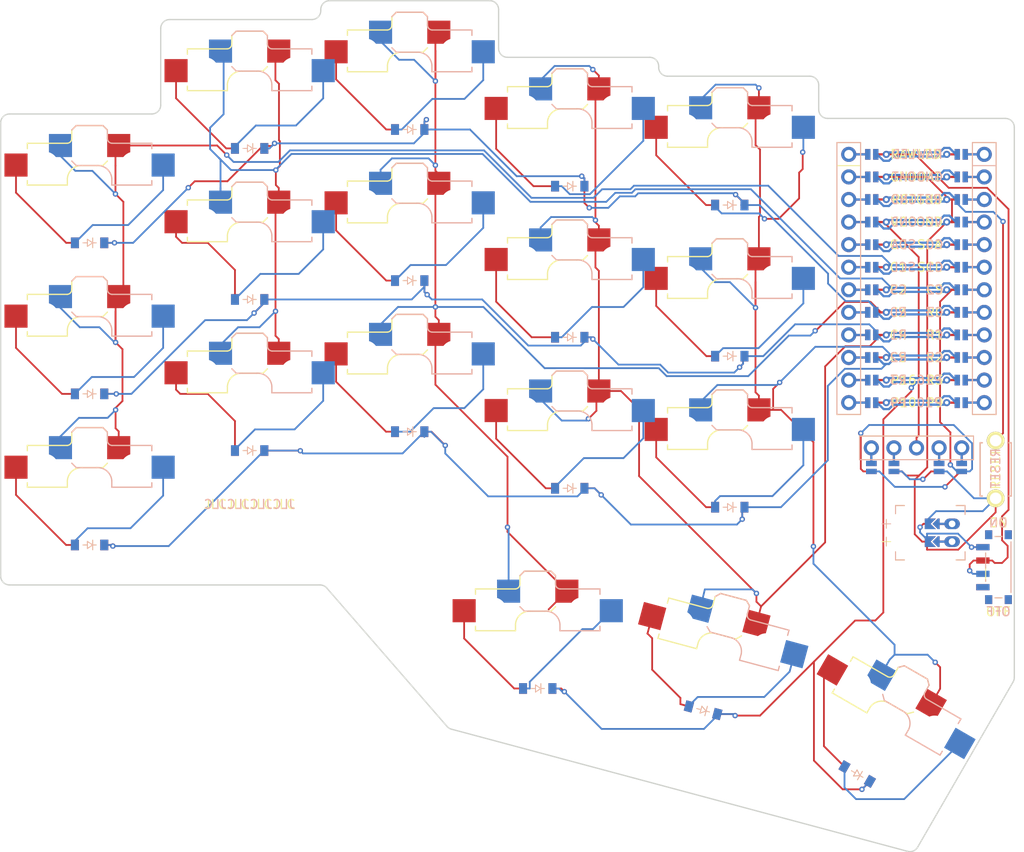
<source format=kicad_pcb>
(kicad_pcb (version 20240108) (generator "pcbnew") (generator_version "8.0")
  (title_block (title "corney_island_wireless") (date "2024-12-31") (rev "0.2") (company "ceoloide"))
  (layers (0 "F.Cu" signal) (31 "B.Cu" signal) (34 "B.Paste" user) (35 "F.Paste" user) (36 "B.SilkS" user "B.Silkscreen") (37 "F.SilkS" user "F.Silkscreen") (38 "B.Mask" user) (39 "F.Mask" user) (44 "Edge.Cuts" user))
  (net 0 "")
  (net 1 "C1")
  (net 2 "pinky_bottom_B")
  (net 3 "GND")
  (net 4 "pinky_home_B")
  (net 5 "pinky_top_B")
  (net 6 "C2")
  (net 7 "ring_bottom_B")
  (net 8 "ring_home_B")
  (net 9 "ring_top_B")
  (net 10 "C3")
  (net 11 "middle_bottom_B")
  (net 12 "middle_home_B")
  (net 13 "middle_top_B")
  (net 14 "C4")
  (net 15 "index_bottom_B")
  (net 16 "index_home_B")
  (net 17 "index_top_B")
  (net 18 "C5")
  (net 19 "inner_bottom_B")
  (net 20 "inner_home_B")
  (net 21 "inner_top_B")
  (net 22 "near_home_B")
  (net 23 "mid_home_B")
  (net 24 "far_home_B")
  (net 25 "R2")
  (net 26 "R1")
  (net 27 "R0")
  (net 28 "R3")
  (net 29 "pinky_bottom_F")
  (net 30 "pinky_home_F")
  (net 31 "pinky_top_F")
  (net 32 "ring_bottom_F")
  (net 33 "ring_home_F")
  (net 34 "ring_top_F")
  (net 35 "middle_bottom_F")
  (net 36 "middle_home_F")
  (net 37 "middle_top_F")
  (net 38 "index_bottom_F")
  (net 39 "index_home_F")
  (net 40 "index_top_F")
  (net 41 "inner_bottom_F")
  (net 42 "inner_home_F")
  (net 43 "inner_top_F")
  (net 44 "near_home_F")
  (net 45 "mid_home_F")
  (net 46 "far_home_F")
  (net 47 "RAW")
  (net 48 "RST")
  (net 49 "VCC")
  (net 50 "C0")
  (net 51 "P16")
  (net 52 "P10")
  (net 53 "LED")
  (net 54 "DAT")
  (net 55 "SDA")
  (net 56 "SCL")
  (net 57 "CS")
  (net 58 "P9")
  (net 59 "MCU1_24")
  (net 60 "MCU1_1")
  (net 61 "MCU1_23")
  (net 62 "MCU1_2")
  (net 63 "MCU1_22")
  (net 64 "MCU1_3")
  (net 65 "MCU1_21")
  (net 66 "MCU1_4")
  (net 67 "MCU1_20")
  (net 68 "MCU1_5")
  (net 69 "MCU1_19")
  (net 70 "MCU1_6")
  (net 71 "MCU1_18")
  (net 72 "MCU1_7")
  (net 73 "MCU1_17")
  (net 74 "MCU1_8")
  (net 75 "MCU1_16")
  (net 76 "MCU1_9")
  (net 77 "MCU1_15")
  (net 78 "MCU1_10")
  (net 79 "MCU1_14")
  (net 80 "MCU1_11")
  (net 81 "MCU1_13")
  (net 82 "MCU1_12")
  (net 83 "MOSI")
  (net 84 "SCK")
  (net 85 "DISP1_1")
  (net 86 "DISP1_2")
  (net 87 "DISP1_4")
  (net 88 "DISP1_5")
  (net 89 "BAT_P")
  (net 90 "JST1_1")
  (net 91 "JST1_2")
  (footprint "kbd:ResetSW" (layer "F.Cu") (at 201.9 96.5 90)
    (property "Reference" "B1" (hide yes))
    (property "Value" "")
  )
  (footprint "ceoloide:switch_choc_v1_v2" (layer "F.Cu") (at 170.2933 118.769 -15)
    (property "Reference" "S35" (hide yes))
    (property "Value" "")
  )
  (footprint "ceoloide:diode_tht_sod123" (layer "F.Cu") (at 172 100.75 180)
    (property "Reference" "D31" (hide yes))
    (property "Value" "")
  )
  (footprint "ceoloide:switch_choc_v1_v2" (layer "F.Cu") (at 118 89.375)
    (property "Reference" "S22" (hide yes))
    (property "Value" "")
  )
  (footprint "ceoloide:switch_choc_v1_v2" (layer "F.Cu") (at 136 53.25)
    (property "Reference" "S27" (hide yes))
    (property "Value" "")
  )
  (footprint "ceoloide:mounting_hole_npth" (layer "F.Cu") (at 163 68.125)
    (property "Reference" "MH5" (hide yes))
    (property "Value" "")
  )
  (footprint "ceoloide:mounting_hole_npth" (layer "F.Cu") (at 181.1866 112.888 -15)
    (property "Reference" "MH7" (hide yes))
    (property "Value" "")
  )
  (footprint "ceoloide:diode_tht_sod123" (layer "F.Cu") (at 154 64.625 180)
    (property "Reference" "D30" (hide yes))
    (property "Value" "")
  )
  (footprint "ceoloide:diode_tht_sod123" (layer "F.Cu") (at 168.9992 123.5986 165)
    (property "Reference" "D35" (hide yes))
    (property "Value" "")
  )
  (footprint "ceoloide:mounting_hole_npth" (layer "F.Cu") (at 201 114.475)
    (property "Reference" "MH2" (hide yes))
    (property "Value" "")
  )
  (footprint "ceoloide:diode_tht_sod123" (layer "F.Cu") (at 172 66.75 180)
    (property "Reference" "D33" (hide yes))
    (property "Value" "")
  )
  (footprint "ceoloide:diode_tht_sod123" (layer "F.Cu") (at 154 98.625 180)
    (property "Reference" "D28" (hide yes))
    (property "Value" "")
  )
  (footprint "ceoloide:diode_tht_sod123" (layer "F.Cu") (at 100 88 180)
    (property "Reference" "D20" (hide yes))
    (property "Value" "")
  )
  (footprint "ceoloide:mcu_nice_nano" (layer "F.Cu") (at 193 73.745)
    (property "Reference" "MCU1" (hide yes))
    (property "Value" "")
  )
  (footprint "ceoloide:diode_tht_sod123" (layer "F.Cu") (at 136 58.25 180)
    (property "Reference" "D27" (hide yes))
    (property "Value" "")
  )
  (footprint "ceoloide:diode_tht_sod123" (layer "F.Cu") (at 118 77.375 180)
    (property "Reference" "D23" (hide yes))
    (property "Value" "")
  )
  (footprint "ceoloide:diode_tht_sod123" (layer "F.Cu") (at 150.4 121.15 180)
    (property "Reference" "D34" (hide yes))
    (property "Value" "")
  )
  (footprint "ceoloide:mounting_hole_npth" (layer "F.Cu") (at 185 105.575)
    (property "Reference" "MH1" (hide yes))
    (property "Value" "")
  )
  (footprint "ceoloide:diode_tht_sod123" (layer "F.Cu") (at 100 71 180)
    (property "Reference" "D21" (hide yes))
    (property "Value" "")
  )
  (footprint "ceoloide:switch_choc_v1_v2" (layer "F.Cu") (at 154 76.625)
    (property "Reference" "S29" (hide yes))
    (property "Value" "")
  )
  (footprint "ceoloide:switch_choc_v1_v2" (layer "F.Cu") (at 172 95.75)
    (property "Reference" "S31" (hide yes))
    (property "Value" "")
  )
  (footprint "ceoloide:switch_choc_v1_v2" (layer "F.Cu") (at 172 78.75)
    (property "Reference" "S32" (hide yes))
    (property "Value" "")
  )
  (footprint "ceoloide:switch_choc_v1_v2" (layer "F.Cu") (at 136 87.25)
    (property "Reference" "S25" (hide yes))
    (property "Value" "")
  )
  (footprint "ceoloide:mounting_hole_npth" (layer "F.Cu") (at 141.4 107.65)
    (property "Reference" "MH6" (hide yes))
    (property "Value" "")
  )
  (footprint "ceoloide:switch_choc_v1_v2" (layer "F.Cu") (at 188.8309 126.4475 -30)
    (property "Reference" "S36" (hide yes))
    (property "Value" "")
  )
  (footprint "ceoloide:switch_choc_v1_v2" (layer "F.Cu") (at 100 83)
    (property "Reference" "S20" (hide yes))
    (property "Value" "")
  )
  (footprint "ceoloide:display_nice_view" (layer "F.Cu") (at 193 77.375)
    (property "Reference" "DISP1" (hide yes))
    (property "Value" "")
  )
  (footprint "ceoloide:switch_choc_v1_v2" (layer "F.Cu") (at 136 70.25)
    (property "Reference" "S26" (hide yes))
    (property "Value" "")
  )
  (footprint "ceoloide:switch_choc_v1_v2" (layer "F.Cu") (at 118 55.375)
    (property "Reference" "S24" (hide yes))
    (property "Value" "")
  )
  (footprint "ceoloide:diode_tht_sod123" (layer "F.Cu") (at 172 83.75 180)
    (property "Reference" "D32" (hide yes))
    (property "Value" "")
  )
  (footprint "ceoloide:switch_choc_v1_v2" (layer "F.Cu") (at 100 66)
    (property "Reference" "S21" (hide yes))
    (property "Value" "")
  )
  (footprint "ceoloide:power_switch_smd_side" (layer "F.Cu") (at 202.2 107.5)
    (property "Reference" "PWR1" (hide yes))
    (property "Value" "")
  )
  (footprint "ceoloide:switch_choc_v1_v2" (layer "F.Cu") (at 100 100)
    (property "Reference" "S19" (hide yes))
    (property "Value" "")
  )
  (footprint "ceoloide:diode_tht_sod123" (layer "F.Cu") (at 100 105 180)
    (property "Reference" "D19" (hide yes))
    (property "Value" "")
  )
  (footprint "ceoloide:diode_tht_sod123" (layer "F.Cu") (at 118 94.375 180)
    (property "Reference" "D22" (hide yes))
    (property "Value" "")
  )
  (footprint "ceoloide:mounting_hole_npth" (layer "F.Cu") (at 109 74.5)
    (property "Reference" "MH3" (hide yes))
    (property "Value" "")
  )
  (footprint "ceoloide:diode_tht_sod123" (layer "F.Cu") (at 136 75.25 180)
    (property "Reference" "D26" (hide yes))
    (property "Value" "")
  )
  (footprint "ceoloide:battery_connector_jst_ph_2" (layer "F.Cu") (at 197 103.625 -90)
    (property "Reference" "JST1" (hide yes))
    (property "Value" "")
  )
  (footprint "ceoloide:switch_choc_v1_v2" (layer "F.Cu") (at 154 93.625)
    (property "Reference" "S28" (hide yes))
    (property "Value" "")
  )
  (footprint "ceoloide:diode_tht_sod123" (layer "F.Cu") (at 118 60.375 180)
    (property "Reference" "D24" (hide yes))
    (property "Value" "")
  )
  (footprint "ceoloide:switch_choc_v1_v2" (layer "F.Cu") (at 172 61.75)
    (property "Reference" "S33" (hide yes))
    (property "Value" "")
  )
  (footprint "ceoloide:mounting_hole_npth" (layer "F.Cu") (at 109 91.5)
    (property "Reference" "MH4" (hide yes))
    (property "Value" "")
  )
  (footprint "ceoloide:switch_choc_v1_v2" (layer "F.Cu") (at 154 59.625)
    (property "Reference" "S30" (hide yes))
    (property "Value" "")
  )
  (footprint "ceoloide:diode_tht_sod123" (layer "F.Cu") (at 186.3309 130.7777 150)
    (property "Reference" "D36" (hide yes))
    (property "Value" "")
  )
  (footprint "ceoloide:diode_tht_sod123" (layer "F.Cu") (at 154 81.625 180)
    (property "Reference" "D29" (hide yes))
    (property "Value" "")
  )
  (footprint "ceoloide:switch_choc_v1_v2" (layer "F.Cu") (at 118 72.375)
    (property "Reference" "S23" (hide yes))
    (property "Value" "")
  )
  (footprint "ceoloide:diode_tht_sod123" (layer "F.Cu") (at 136 92.25 180)
    (property "Reference" "D25" (hide yes))
    (property "Value" "")
  )
  (footprint "ceoloide:switch_choc_v1_v2" (layer "F.Cu") (at 150.4 116.15)
    (property "Reference" "S34" (hide yes))
    (property "Value" "")
  )
  (footprint "ceoloide:diode_tht_sod123" (layer "B.Cu") (at 118 60.375 180)
    (property "Reference" "D6" (hide yes))
    (property "Value" "")
  )
  (footprint "ceoloide:switch_choc_v1_v2" (layer "B.Cu") (at 154 76.625)
    (property "Reference" "S11" (hide yes))
    (property "Value" "")
  )
  (footprint "ceoloide:switch_choc_v1_v2" (layer "B.Cu") (at 172 95.75)
    (property "Reference" "S13" (hide yes))
    (property "Value" "")
  )
  (footprint "ceoloide:switch_choc_v1_v2" (layer "B.Cu") (at 188.8309 126.4475 -30)
    (property "Reference" "S18" (hide yes))
    (property "Value" "")
  )
  (footprint "ceoloide:switch_choc_v1_v2" (layer "B.Cu") (at 136 87.25)
    (property "Reference" "S7" (hide yes))
    (property "Value" "")
  )
  (footprint "ceoloide:switch_choc_v1_v2" (layer "B.Cu") (at 170.2933 118.769 -15)
    (property "Reference" "S17" (hide yes))
    (property "Value" "")
  )
  (footprint "ceoloide:diode_tht_sod123" (layer "B.Cu") (at 136 92.25 180)
    (property "Reference" "D7" (hide yes))
    (property "Value" "")
  )
  (footprint "ceoloide:switch_choc_v1_v2" (layer "B.Cu") (at 100 66)
    (property "Reference" "S3" (hide yes))
    (property "Value" "")
  )
  (footprint "ceoloide:diode_tht_sod123" (layer "B.Cu") (at 186.3309 130.7777 150)
    (property "Reference" "D18" (hide yes))
    (property "Value" "")
  )
  (footprint "ceoloide:switch_choc_v1_v2" (layer "B.Cu") (at 118 72.375)
    (property "Reference" "S5" (hide yes))
    (property "Value" "")
  )
  (footprint "ceoloide:diode_tht_sod123" (layer "B.Cu") (at 172 100.75 180)
    (property "Reference" "D13" (hide yes))
    (property "Value" "")
  )
  (footprint "ceoloide:diode_tht_sod123" (layer "B.Cu") (at 168.9992 123.5986 165)
    (property "Reference" "D17" (hide yes))
    (property "Value" "")
  )
  (footprint "ceoloide:switch_choc_v1_v2" (layer "B.Cu") (at 172 61.75)
    (property "Reference" "S15" (hide yes))
    (property "Value" "")
  )
  (footprint "ceoloide:switch_choc_v1_v2" (layer "B.Cu") (at 118 55.375)
    (property "Reference" "S6" (hide yes))
    (property "Value" "")
  )
  (footprint "ceoloide:switch_choc_v1_v2" (layer "B.Cu") (at 154 59.625)
    (property "Reference" "S12" (hide yes))
    (property "Value" "")
  )
  (footprint "ceoloide:diode_tht_sod123" (layer "B.Cu") (at 150.4 121.15 180)
    (property "Reference" "D16" (hide yes))
    (property "Value" "")
  )
  (footprint "ceoloide:diode_tht_sod123" (layer "B.Cu") (at 100 105 180)
    (property "Reference" "D1" (hide yes))
    (property "Value" "")
  )
  (footprint "ceoloide:diode_tht_sod123" (layer "B.Cu") (at 118 94.375 180)
    (property "Reference" "D4" (hide yes))
    (property "Value" "")
  )
  (footprint "ceoloide:switch_choc_v1_v2" (layer "B.Cu") (at 100 83)
    (property "Reference" "S2" (hide yes))
    (property "Value" "")
  )
  (footprint "ceoloide:switch_choc_v1_v2" (layer "B.Cu") (at 172 78.75)
    (property "Reference" "S14" (hide yes))
    (property "Value" "")
  )
  (footprint "ceoloide:diode_tht_sod123" (layer "B.Cu") (at 136 75.25 180)
    (property "Reference" "D8" (hide yes))
    (property "Value" "")
  )
  (footprint "ceoloide:switch_choc_v1_v2" (layer "B.Cu") (at 154 93.625)
    (property "Reference" "S10" (hide yes))
    (property "Value" "")
  )
  (footprint "ceoloide:switch_choc_v1_v2" (layer "B.Cu") (at 118 89.375)
    (property "Reference" "S4" (hide yes))
    (property "Value" "")
  )
  (footprint "ceoloide:diode_tht_sod123" (layer "B.Cu") (at 118 77.375 180)
    (property "Reference" "D5" (hide yes))
    (property "Value" "")
  )
  (footprint "ceoloide:diode_tht_sod123" (layer "B.Cu") (at 100 71 180)
    (property "Reference" "D3" (hide yes))
    (property "Value" "")
  )
  (footprint "ceoloide:switch_choc_v1_v2" (layer "B.Cu") (at 136 53.25)
    (property "Reference" "S9" (hide yes))
    (property "Value" "")
  )
  (footprint "ceoloide:diode_tht_sod123" (layer "B.Cu") (at 136 58.25 180)
    (property "Reference" "D9" (hide yes))
    (property "Value" "")
  )
  (footprint "ceoloide:diode_tht_sod123" (layer "B.Cu") (at 172 66.75 180)
    (property "Reference" "D15" (hide yes))
    (property "Value" "")
  )
  (footprint "ceoloide:switch_choc_v1_v2" (layer "B.Cu") (at 136 70.25)
    (property "Reference" "S8" (hide yes))
    (property "Value" "")
  )
  (footprint "ceoloide:diode_tht_sod123" (layer "B.Cu") (at 154 98.625 180)
    (property "Reference" "D10" (hide yes))
    (property "Value" "")
  )
  (footprint "ceoloide:diode_tht_sod123" (layer "B.Cu") (at 100 88 180)
    (property "Reference" "D2" (hide yes))
    (property "Value" "")
  )
  (footprint "ceoloide:diode_tht_sod123" (layer "B.Cu") (at 154 81.625 180)
    (property "Reference" "D11" (hide yes))
    (property "Value" "")
  )
  (footprint "ceoloide:switch_choc_v1_v2" (layer "B.Cu") (at 150.4 116.15)
    (property "Reference" "S16" (hide yes))
    (property "Value" "")
  )
  (footprint "ceoloide:switch_choc_v1_v2" (layer "B.Cu") (at 100 100)
    (property "Reference" "S1" (hide yes))
    (property "Value" "")
  )
  (footprint "ceoloide:diode_tht_sod123" (layer "B.Cu") (at 172 83.75 180)
    (property "Reference" "D14" (hide yes))
    (property "Value" "")
  )
  (footprint "ceoloide:diode_tht_sod123" (layer "B.Cu") (at 154 64.625 180)
    (property "Reference" "D12" (hide yes))
    (property "Value" "")
  )
  (gr_line (start 182 56) (end 182 53.25) (stroke (width 0.15)) (layer "Edge.Cuts"))
  (gr_arc (start 140.695574 125.729199) (mid 140.424268 125.611187) (end 140.19936 125.41896) (stroke (width 0.15)) (layer "Edge.Cuts"))
  (gr_line (start 107 56.5) (end 91 56.5) (stroke (width 0.15)) (layer "Edge.Cuts"))
  (gr_line (start 204 119.905915) (end 204 58) (stroke (width 0.15)) (layer "Edge.Cuts"))
  (gr_line (start 125 45.875) (end 109 45.875) (stroke (width 0.15)) (layer "Edge.Cuts"))
  (gr_line (start 145 43.75) (end 127 43.75) (stroke (width 0.15)) (layer "Edge.Cuts"))
  (gr_line (start 191.999967 139.476169) (end 140.695574 125.729199) (stroke (width 0.15)) (layer "Edge.Cuts"))
  (gr_arc (start 91 109.5) (mid 90.292893 109.207107) (end 90 108.5) (stroke (width 0.15)) (layer "Edge.Cuts"))
  (gr_arc (start 126 44.75) (mid 126.292893 44.042893) (end 127 43.75) (stroke (width 0.15)) (layer "Edge.Cuts"))
  (gr_line (start 91 109.5) (end 125.918976 109.5) (stroke (width 0.15)) (layer "Edge.Cuts"))
  (gr_arc (start 183 57) (mid 182.292893 56.707107) (end 182 56) (stroke (width 0.15)) (layer "Edge.Cuts"))
  (gr_line (start 193.124811 139.010244) (end 203.866025 120.405915) (stroke (width 0.15)) (layer "Edge.Cuts"))
  (gr_arc (start 108 55.5) (mid 107.707107 56.207107) (end 107 56.5) (stroke (width 0.15)) (layer "Edge.Cuts"))
  (gr_line (start 90 108.5) (end 90 57.5) (stroke (width 0.15)) (layer "Edge.Cuts"))
  (gr_arc (start 90 57.5) (mid 90.292893 56.792893) (end 91 56.5) (stroke (width 0.15)) (layer "Edge.Cuts"))
  (gr_arc (start 193.124811 139.010244) (mid 192.641465 139.434097) (end 191.999967 139.476169) (stroke (width 0.15)) (layer "Edge.Cuts"))
  (gr_line (start 183 57) (end 203 57) (stroke (width 0.15)) (layer "Edge.Cuts"))
  (gr_arc (start 108 46.875) (mid 108.292893 46.167893) (end 109 45.875) (stroke (width 0.15)) (layer "Edge.Cuts"))
  (gr_line (start 126 44.75) (end 126 44.875) (stroke (width 0.15)) (layer "Edge.Cuts"))
  (gr_line (start 146 49.125) (end 146 44.75) (stroke (width 0.15)) (layer "Edge.Cuts"))
  (gr_arc (start 147 50.125) (mid 146.292893 49.832107) (end 146 49.125) (stroke (width 0.15)) (layer "Edge.Cuts"))
  (gr_arc (start 126 44.875) (mid 125.707107 45.582107) (end 125 45.875) (stroke (width 0.15)) (layer "Edge.Cuts"))
  (gr_arc (start 204 119.905915) (mid 203.965922 120.164733) (end 203.866025 120.405915) (stroke (width 0.15)) (layer "Edge.Cuts"))
  (gr_line (start 181 52.25) (end 165 52.25) (stroke (width 0.15)) (layer "Edge.Cuts"))
  (gr_arc (start 125.918976 109.5) (mid 126.333899 109.590133) (end 126.674009 109.844313) (stroke (width 0.15)) (layer "Edge.Cuts"))
  (gr_line (start 164 51.25) (end 164 51.125) (stroke (width 0.15)) (layer "Edge.Cuts"))
  (gr_line (start 140.19936 125.41896) (end 126.674009 109.844313) (stroke (width 0.15)) (layer "Edge.Cuts"))
  (gr_line (start 163 50.125) (end 147 50.125) (stroke (width 0.15)) (layer "Edge.Cuts"))
  (gr_arc (start 203 57) (mid 203.707107 57.292893) (end 204 58) (stroke (width 0.15)) (layer "Edge.Cuts"))
  (gr_arc (start 145 43.75) (mid 145.707107 44.042893) (end 146 44.75) (stroke (width 0.15)) (layer "Edge.Cuts"))
  (gr_line (start 108 46.875) (end 108 55.5) (stroke (width 0.15)) (layer "Edge.Cuts"))
  (gr_arc (start 163 50.125) (mid 163.707107 50.417893) (end 164 51.125) (stroke (width 0.15)) (layer "Edge.Cuts"))
  (gr_arc (start 181 52.25) (mid 181.707107 52.542893) (end 182 53.25) (stroke (width 0.15)) (layer "Edge.Cuts"))
  (gr_arc (start 165 52.25) (mid 164.292893 51.957107) (end 164 51.25) (stroke (width 0.15)) (layer "Edge.Cuts"))
  (gr_text "JLCJLCJLCJLC" (at 118 100.425 0) (layer "B.SilkS") (effects (font (size 1 1)) (justify mirror)))
  (gr_text "JLCJLCJLCJLC" (at 118 100.425 0) (layer "F.SilkS") (effects (font (size 1 1))))
  (segment (start 102.9238 82.2) (end 102.9238 77.4012) (width 0.2) (layer "F.Cu") (net 1))
  (segment (start 103.7 82.9762) (end 102.9238 82.2) (width 0.2) (layer "F.Cu") (net 1))
  (segment (start 103.7 88.8) (end 103.7 82.9762) (width 0.2) (layer "F.Cu") (net 1))
  (segment (start 115.424142 61.1259) (end 114.348242 60.05) (width 0.2) (layer "F.Cu") (net 1))
  (segment (start 188.42 73.745) (end 189.6 73.745) (width 0.25) (layer "F.Cu") (net 1))
  (segment (start 102.9238 89.8) (end 102.9238 91.8709) (width 0.2) (layer "F.Cu") (net 1))
  (segment (start 103.275 92.2221) (end 103.275 94.05) (width 0.2) (layer "F.Cu") (net 1))
  (segment (start 114.348242 60.05) (end 103.275 60.05) (width 0.2) (layer "F.Cu") (net 1))
  (segment (start 102.9106 62.3077) (end 102.9106 60.4144) (width 0.2) (layer "F.Cu") (net 1))
  (segment (start 102.9238 89.8) (end 102.9238 89.5762) (width 0.2) (layer "F.Cu") (net 1))
  (segment (start 102.9238 77.4012) (end 103.275 77.05) (width 0.2) (layer "F.Cu") (net 1))
  (segment (start 103.8 66.3894) (end 103.8 77.833705) (width 0.2) (layer "F.Cu") (net 1))
  (segment (start 102.9106 60.4144) (end 103.275 60.05) (width 0.2) (layer "F.Cu") (net 1))
  (segment (start 103.8 77.833705) (end 103.5 78.133705) (width 0.2) (layer "F.Cu") (net 1))
  (segment (start 102.9238 89.5762) (end 103.7 88.8) (width 0.2) (layer "F.Cu") (net 1))
  (segment (start 102.9238 78.709905) (end 102.9238 82.2) (width 0.2) (layer "F.Cu") (net 1))
  (segment (start 102.9238 91.8709) (end 103.275 92.2221) (width 0.2) (layer "F.Cu") (net 1))
  (segment (start 102.9106 65.5) (end 103.8 66.3894) (width 0.2) (layer "F.Cu") (net 1))
  (segment (start 102.9106 65.5) (end 102.9106 62.3077) (width 0.2) (layer "F.Cu") (net 1))
  (via (at 115.424142 61.1259) (size 0.6) (drill 0.3) (layers "F.Cu" "B.Cu") (net 1))
  (via (at 102.9238 89.8) (size 0.6) (drill 0.3) (layers "F.Cu" "B.Cu") (net 1))
  (via (at 102.9238 82.2) (size 0.6) (drill 0.3) (layers "F.Cu" "B.Cu") (net 1))
  (via (at 102.9106 65.5) (size 0.6) (drill 0.3) (layers "F.Cu" "B.Cu") (net 1))
  (segment (start 102.0238 90.7) (end 98.8 90.7) (width 0.2) (layer "B.Cu") (net 1))
  (segment (start 98.4 62.9) (end 96.725 61.225) (width 0.2) (layer "B.Cu") (net 1))
  (segment (start 98.8 90.7) (end 96.725 92.775) (width 0.2) (layer "B.Cu") (net 1))
  (segment (start 115.424142 61.1259) (end 116.198242 61.9) (width 0.2) (layer "B.Cu") (net 1))
  (segment (start 184.2298 72.475) (end 189.1218 72.475) (width 0.2) (layer "B.Cu") (net 1))
  (segment (start 149.6972 65.934) (end 156.679 65.934) (width 0.2) (layer "B.Cu") (net 1))
  (segment (start 102.8 82.2) (end 101.1 80.5) (width 0.2) (layer "B.Cu") (net 1))
  (segment (start 189.82 73.525) (end 189.6 73.745) (width 0.2) (layer "B.Cu") (net 1))
  (segment (start 102.9238 89.8) (end 102.0238 90.7) (width 0.2) (layer "B.Cu") (net 1))
  (segment (start 101.1 80.5) (end 98.9 80.5) (width 0.2) (layer "B.Cu") (net 1))
  (segment (start 196.1 73.02) (end 195.595 73.525) (width 0.25) (layer "B.Cu") (net 1))
  (segment (start 156.679 65.934) (end 157.6431 64.9699) (width 0.2) (layer "B.Cu") (net 1))
  (segment (start 196.7 73.02) (end 196.1 73.02) (width 0.25) (layer "B.Cu") (net 1))
  (segment (start 96.725 78.325) (end 96.725 77.05) (width 0.2) (layer "B.Cu") (net 1))
  (segment (start 161.2242 64.568) (end 176.3228 64.568) (width 0.2) (layer "B.Cu") (net 1))
  (segment (start 157.6431 64.9699) (end 160.8223 64.9699) (width 0.2) (layer "B.Cu") (net 1))
  (segment (start 160.8223 64.9699) (end 161.2242 64.568) (width 0.2) (layer "B.Cu") (net 1))
  (segment (start 195.595 73.525) (end 190.1718 73.525) (width 0.25) (layer "B.Cu") (net 1))
  (segment (start 122.534315 60.6) (end 144.3632 60.6) (width 0.2) (layer "B.Cu") (net 1))
  (segment (start 121.234315 61.9) (end 122.534315 60.6) (width 0.2) (layer "B.Cu") (net 1))
  (segment (start 144.3632 60.6) (end 149.6972 65.934) (width 0.2) (layer "B.Cu") (net 1))
  (segment (start 189.1218 72.475) (end 190.1718 73.525) (width 0.2) (layer "B.Cu") (net 1))
  (segment (start 96.725 61.225) (end 96.725 60.05) (width 0.2) (layer "B.Cu") (net 1))
  (segment (start 96.725 92.775) (end 96.725 94.05) (width 0.2) (layer "B.Cu") (net 1))
  (segment (start 190.1718 73.525) (end 189.82 73.525) (width 0.25) (layer "B.Cu") (net 1))
  (segment (start 102.9238 82.2) (end 102.8 82.2) (width 0.2) (layer "B.Cu") (net 1))
  (segment (start 98.9 80.5) (end 96.725 78.325) (width 0.2) (layer "B.Cu") (net 1))
  (segment (start 102.9106 65.5) (end 100.3106 62.9) (width 0.2) (layer "B.Cu") (net 1))
  (segment (start 176.3228 64.568) (end 184.2298 72.475) (width 0.2) (layer "B.Cu") (net 1))
  (segment (start 116.198242 61.9) (end 121.234315 61.9) (width 0.2) (layer "B.Cu") (net 1))
  (segment (start 197.775 73.745) (end 197.58 73.745) (width 0.25) (layer "B.Cu") (net 1))
  (segment (start 197.58 73.745) (end 197.425 73.745) (width 0.25) (layer "B.Cu") (net 1))
  (segment (start 100.3106 62.9) (end 98.4 62.9) (width 0.2) (layer "B.Cu") (net 1))
  (segment (start 197.425 73.745) (end 196.7 73.02) (width 0.25) (layer "B.Cu") (net 1))
  (segment (start 99.7776 103.1224) (end 104.5989 103.1224) (width 0.2) (layer "B.Cu") (net 2))
  (segment (start 98.35 104.55) (end 99.7776 103.1224) (width 0.2) (layer "B.Cu") (net 2))
  (segment (start 98.35 105) (end 98.35 104.55) (width 0.2) (layer "B.Cu") (net 2))
  (segment (start 104.5989 103.1224) (end 108.275 99.4463) (width 0.2) (layer "B.Cu") (net 2))
  (segment (start 108.275 99.4463) (end 108.275 96.25) (width 0.2) (layer "B.Cu") (net 2))
  (segment (start 193.2899 97.1851) (end 191.8218 97.1851) (width 0.2) (layer "F.Cu") (net 3))
  (segment (start 192.8 97.675) (end 193.2899 97.1851) (width 0.2) (layer "F.Cu") (net 3))
  (segment (start 201.9 101.3218) (end 197.6951 105.5267) (width 0.2) (layer "F.Cu") (net 3))
  (segment (start 197.58 66.125) (end 196.99 66.125) (width 0.25) (layer "F.Cu") (net 3))
  (segment (start 196.99 66.125) (end 196.695 66.125) (width 0.25) (layer "F.Cu") (net 3))
  (segment (start 192.8 103.7927) (end 192.8 97.675) (width 0.2) (layer "F.Cu") (net 3))
  (segment (start 194.184 104.625) (end 194.184 105.5267) (width 0.2) (layer "F.Cu") (net 3))
  (segment (start 188.42 63.585) (end 189.6 63.585) (width 0.25) (layer "F.Cu") (net 3))
  (segment (start 190.46 96.725) (end 191.3617 96.725) (width 0.2) (layer "F.Cu") (net 3))
  (segment (start 196.99 68.665) (end 196.4 68.665) (width 0.25) (layer "F.Cu") (net 3))
  (segment (start 197.6951 105.5267) (end 194.184 105.5267) (width 0.2) (layer "F.Cu") (net 3))
  (segment (start 201.9 99.75) (end 201.9 101.3218) (width 0.2) (layer "F.Cu") (net 3))
  (segment (start 196.695 66.125) (end 194.155 63.585) (width 0.2) (layer "F.Cu") (net 3))
  (segment (start 194.155 63.585) (end 189.6 63.585) (width 0.2) (layer "F.Cu") (net 3))
  (segment (start 196.99 68.665) (end 196.99 66.125) (width 0.2) (layer "F.Cu") (net 3))
  (segment (start 191.8218 97.1851) (end 191.3617 96.725) (width 0.2) (layer "F.Cu") (net 3))
  (segment (start 194.2075 96.2675) (end 194.2075 70.8575) (width 0.2) (layer "F.Cu") (net 3))
  (segment (start 193.2899 97.1851) (end 194.2075 96.2675) (width 0.2) (layer "F.Cu") (net 3))
  (segment (start 193.6323 104.625) (end 192.8 103.7927) (width 0.2) (layer "F.Cu") (net 3))
  (segment (start 194.184 104.625) (end 193.6323 104.625) (width 0.2) (layer "F.Cu") (net 3))
  (segment (start 196.695 66.125) (end 196.4 66.125) (width 0.25) (layer "F.Cu") (net 3))
  (segment (start 194.2075 70.8575) (end 196.4 68.665) (width 0.2) (layer "F.Cu") (net 3))
  (segment (start 197.58 68.665) (end 196.99 68.665) (width 0.25) (layer "F.Cu") (net 3))
  (segment (start 196.7 62.86) (end 196.1 62.86) (width 0.25) (layer "B.Cu") (net 3))
  (segment (start 188.575 66.125) (end 189.3 66.85) (width 0.25) (layer "B.Cu") (net 3))
  (segment (start 196.1 62.86) (end 195.595 63.365) (width 0.25) (layer "B.Cu") (net 3))
  (segment (start 194.184 102.216) (end 195.2 101.2) (width 0.2) (layer "B.Cu") (net 3))
  (segment (start 197.58 63.585) (end 197.425 63.585) (width 0.25) (layer "B.Cu") (net 3))
  (segment (start 199.4667 99.75) (end 196.4417 96.725) (width 0.2) (layer "B.Cu") (net 3))
  (segment (start 196.17 66.355) (end 196.4 66.125) (width 0.2) (layer "B.Cu") (net 3))
  (segment (start 200.45 101.2) (end 201.9 99.75) (width 0.2) (layer "B.Cu") (net 3))
  (segment (start 189.82 63.365) (end 189.6 63.585) (width 0.2) (layer "B.Cu") (net 3))
  (segment (start 201.9 99.75) (end 199.4667 99.75) (width 0.2) (layer "B.Cu") (net 3))
  (segment (start 188.225 68.665) (end 188.42 68.665) (width 0.25) (layer "B.Cu") (net 3))
  (segment (start 189.3 66.85) (end 189.9 66.85) (width 0.25) (layer "B.Cu") (net 3))
  (segment (start 190.395 68.895) (end 196.17 68.895) (width 0.25) (layer "B.Cu") (net 3))
  (segment (start 195.595 63.365) (end 189.82 63.365) (width 0.25) (layer "B.Cu") (net 3))
  (segment (start 195.54 96.725) (end 196.4417 96.725) (width 0.2) (layer "B.Cu") (net 3))
  (segment (start 188.42 68.665) (end 188.575 68.665) (width 0.25) (layer "B.Cu") (net 3))
  (segment (start 197.775 63.585) (end 197.58 63.585) (width 0.25) (layer "B.Cu") (net 3))
  (segment (start 188.225 66.125) (end 188.42 66.125) (width 0.25) (layer "B.Cu") (net 3))
  (segment (start 188.42 66.125) (end 188.575 66.125) (width 0.25) (layer "B.Cu") (net 3))
  (segment (start 194.184 102.625) (end 194.184 102.216) (width 0.2) (layer "B.Cu") (net 3))
  (segment (start 197.425 63.585) (end 196.7 62.86) (width 0.25) (layer "B.Cu") (net 3))
  (segment (start 188.575 68.665) (end 189.3 69.39) (width 0.25) (layer "B.Cu") (net 3))
  (segment (start 189.9 66.85) (end 190.395 66.355) (width 0.25) (layer "B.Cu") (net 3))
  (segment (start 190.395 66.355) (end 196.17 66.355) (width 0.25) (layer "B.Cu") (net 3))
  (segment (start 196.17 68.895) (end 196.4 68.665) (width 0.2) (layer "B.Cu") (net 3))
  (segment (start 189.3 69.39) (end 189.9 69.39) (width 0.25) (layer "B.Cu") (net 3))
  (segment (start 189.9 69.39) (end 190.395 68.895) (width 0.25) (layer "B.Cu") (net 3))
  (segment (start 195.2 101.2) (end 200.45 101.2) (width 0.2) (layer "B.Cu") (net 3))
  (segment (start 100.25 86.1) (end 98.35 88) (width 0.2) (layer "B.Cu") (net 4))
  (segment (start 108.275 82.825) (end 105 86.1) (width 0.2) (layer "B.Cu") (net 4))
  (segment (start 108.275 79.25) (end 108.275 82.825) (width 0.2) (layer "B.Cu") (net 4))
  (segment (start 105 86.1) (end 100.25 86.1) (width 0.2) (layer "B.Cu") (net 4))
  (segment (start 100.35 69) (end 98.35 71) (width 0.2) (layer "B.Cu") (net 5))
  (segment (start 108.275 65.063478) (end 104.338478 69) (width 0.2) (layer "B.Cu") (net 5))
  (segment (start 108.275 62.25) (end 108.275 65.063478) (width 0.2) (layer "B.Cu") (net 5))
  (segment (start 104.338478 69) (end 100.35 69) (width 0.2) (layer "B.Cu") (net 5))
  (segment (start 121.4 62.3591) (end 120.9475 62.8116) (width 0.2) (layer "F.Cu") (net 6))
  (segment (start 121.3 53.1) (end 121.3 59.459671) (width 0.2) (layer "F.Cu") (net 6))
  (segment (start 120.9 52.7) (end 121.3 53.1) (width 0.2) (layer "F.Cu") (net 6))
  (segment (start 120.91 78.7) (end 120.91 81.4583) (width 0.2) (layer "F.Cu") (net 6))
  (segment (start 121.3 59.459671) (end 121.4 59.559671) (width 0.2) (layer "F.Cu") (net 6))
  (segment (start 121.4 59.559671) (end 121.4 62.3591) (width 0.2) (layer "F.Cu") (net 6))
  (segment (start 121.275 83.425) (end 121.275 81.8233) (width 0.2) (layer "F.Cu") (net 6))
  (segment (start 121.275 65.6241) (end 121.275 64.8233) (width 0.2) (layer "F.Cu") (net 6))
  (segment (start 120.9475 62.8116) (end 120.9475 64.4958) (width 0.2) (layer "F.Cu") (net 6))
  (segment (start 120.9 49.8) (end 120.9 52.7) (width 0.2) (layer "F.Cu") (net 6))
  (segment (start 120.91 81.4583) (end 121.275 81.8233) (width 0.2) (layer "F.Cu") (net 6))
  (segment (start 121.275 65.6241) (end 121.275 66.425) (width 0.2) (layer "F.Cu") (net 6))
  (segment (start 121.275 66.425) (end 120.91 66.79) (width 0.2) (layer "F.Cu") (net 6))
  (segment (start 121.275 49.425) (end 120.9 49.8) (width 0.2) (layer "F.Cu") (net 6))
  (segment (start 188.42 76.285) (end 189.6 76.285) (width 0.25) (layer "F.Cu") (net 6))
  (segment (start 120.91 66.79) (end 120.91 78.7) (width 0.2) (layer "F.Cu") (net 6))
  (segment (start 120.9475 64.4958) (end 121.275 64.8233) (width 0.2) (layer "F.Cu") (net 6))
  (via (at 120.9475 62.8116) (size 0.6) (drill 0.3) (layers "F.Cu" "B.Cu") (net 6))
  (via (at 120.91 78.7) (size 0.6) (drill 0.3) (layers "F.Cu" "B.Cu") (net 6))
  (segment (start 122.7 61) (end 144.1951 61) (width 0.2) (layer "B.Cu") (net 6))
  (segment (start 184.4224 75.015) (end 189.1218 75.015) (width 0.2) (layer "B.Cu") (net 6))
  (segment (start 195.595 76.065) (end 190.1718 76.065) (width 0.25) (layer "B.Cu") (net 6))
  (segment (start 120.9475 62.8116) (end 120.9475 62.7525) (width 0.2) (layer "B.Cu") (net 6))
  (segment (start 189.82 76.065) (end 189.6 76.285) (width 0.2) (layer "B.Cu") (net 6))
  (segment (start 113.5538 60.4538) (end 114.55 61.45) (width 0.2) (layer "B.Cu") (net 6))
  (segment (start 144.1951 61) (end 149.5808 66.3857) (width 0.2) (layer "B.Cu") (net 6))
  (segment (start 114.55 61.45) (end 115.9116 62.8116) (width 0.2) (layer "B.Cu") (net 6))
  (segment (start 197.425 76.285) (end 196.7 75.56) (width 0.25) (layer "B.Cu") (net 6))
  (segment (start 114.725 66.425) (end 114.725 64.8233) (width 0.2) (layer "B.Cu") (net 6))
  (segment (start 119.11 80.5) (end 120.91 78.7) (width 0.2) (layer "B.Cu") (net 6))
  (segment (start 120.9475 62.7525) (end 122.7 61) (width 0.2) (layer "B.Cu") (net 6))
  (segment (start 190.1718 76.065) (end 189.82 76.065) (width 0.25) (layer "B.Cu") (net 6))
  (segment (start 159.1239 65.3699) (end 160.9903 65.3699) (width 0.2) (layer "B.Cu") (net 6))
  (segment (start 114.55 61.45) (end 114.725 61.625) (width 0.2) (layer "B.Cu") (net 6))
  (segment (start 196.1 75.56) (end 195.595 76.065) (width 0.25) (layer "B.Cu") (net 6))
  (segment (start 161.3905 64.9697) (end 174.3771 64.9697) (width 0.2) (layer "B.Cu") (net 6))
  (segment (start 196.7 75.56) (end 196.1 75.56) (width 0.25) (layer "B.Cu") (net 6))
  (segment (start 113.5538 58.0462) (end 115.0749 56.5251) (width 0.2) (layer "B.Cu") (net 6))
  (segment (start 189.1218 75.015) (end 190.1718 76.065) (width 0.2) (layer "B.Cu") (net 6))
  (segment (start 115.0749 49.7749) (end 114.725 49.425) (width 0.2) (layer "B.Cu") (net 6))
  (segment (start 149.5808 66.3857) (end 158.1081 66.3857) (width 0.2) (layer "B.Cu") (net 6))
  (segment (start 114.725 82.4752) (end 116.7002 80.5) (width 0.2) (layer "B.Cu") (net 6))
  (segment (start 113.5538 60.4538) (end 113.5538 58.0462) (width 0.2) (layer "B.Cu") (net 6))
  (segment (start 116.7002 80.5) (end 119.11 80.5) (width 0.2) (layer "B.Cu") (net 6))
  (segment (start 197.58 76.285) (end 197.425 76.285) (width 0.25) (layer "B.Cu") (net 6))
  (segment (start 114.725 83.425) (end 114.725 82.4752) (width 0.2) (layer "B.Cu") (net 6))
  (segment (start 115.0749 56.5251) (end 115.0749 49.7749) (width 0.2) (layer "B.Cu") (net 6))
  (segment (start 174.3771 64.9697) (end 184.4224 75.015) (width 0.2) (layer "B.Cu") (net 6))
  (segment (start 114.725 61.625) (end 114.725 66.425) (width 0.2) (layer "B.Cu") (net 6))
  (segment (start 115.9116 62.8116) (end 120.9475 62.8116) (width 0.2) (layer "B.Cu") (net 6))
  (segment (start 158.1081 66.3857) (end 159.1239 65.3699) (width 0.2) (layer "B.Cu") (net 6))
  (segment (start 197.775 76.285) (end 197.58 76.285) (width 0.25) (layer "B.Cu") (net 6))
  (segment (start 160.9903 65.3699) (end 161.3905 64.9697) (width 0.2) (layer "B.Cu") (net 6))
  (segment (start 126.275 88.7756) (end 126.275 85.625) (width 0.2) (layer "B.Cu") (net 7))
  (segment (start 116.35 94.25) (end 118.6 92) (width 0.2) (layer "B.Cu") (net 7))
  (segment (start 118.6 92) (end 123.0506 92) (width 0.2) (layer "B.Cu") (net 7))
  (segment (start 116.35 94.375) (end 116.35 94.25) (width 0.2) (layer "B.Cu") (net 7))
  (segment (start 123.0506 92) (end 126.275 88.7756) (width 0.2) (layer "B.Cu") (net 7))
  (segment (start 126.275 71.7364) (end 126.275 68.625) (width 0.2) (layer "B.Cu") (net 8))
  (segment (start 116.35 77.35) (end 119.2 74.5) (width 0.2) (layer "B.Cu") (net 8))
  (segment (start 119.2 74.5) (end 123.5114 74.5) (width 0.2) (layer "B.Cu") (net 8))
  (segment (start 123.5114 74.5) (end 126.275 71.7364) (width 0.2) (layer "B.Cu") (net 8))
  (segment (start 116.35 77.375) (end 116.35 77.35) (width 0.2) (layer "B.Cu") (net 8))
  (segment (start 123.2114 57.8) (end 126.275 54.7364) (width 0.2) (layer "B.Cu") (net 9))
  (segment (start 116.35 60.15) (end 118.7 57.8) (width 0.2) (layer "B.Cu") (net 9))
  (segment (start 116.35 60.375) (end 116.35 60.15) (width 0.2) (layer "B.Cu") (net 9))
  (segment (start 126.275 54.7364) (end 126.275 51.625) (width 0.2) (layer "B.Cu") (net 9))
  (segment (start 118.7 57.8) (end 123.2114 57.8) (width 0.2) (layer "B.Cu") (net 9))
  (segment (start 138.8922 79.3155) (end 138.8922 78.2178) (width 0.2) (layer "F.Cu") (net 10))
  (segment (start 139.275 79.6983) (end 138.8922 79.3155) (width 0.2) (layer "F.Cu") (net 10))
  (segment (start 187.8388 77.6538) (end 189.01 78.825) (width 0.2) (layer "F.Cu") (net 10))
  (segment (start 138.8936 86.9613) (end 138.8936 81.6814) (width 0.2) (layer "F.Cu") (net 10))
  (segment (start 138.8922 78.2178) (end 138.8922 64.6828) (width 0.2) (layer "F.Cu") (net 10))
  (segment (start 181.6635 80.9) (end 184.9097 77.6538) (width 0.2) (layer "F.Cu") (net 10))
  (segment (start 138.8936 81.6814) (end 139.275 81.3) (width 0.2) (layer "F.Cu") (net 10))
  (segment (start 139.275 64.3) (end 139.275 63.2728) (width 0.2) (layer "F.Cu") (net 10))
  (segment (start 139.275 63.2728) (end 138.8922 62.89) (width 0.2) (layer "F.Cu") (net 10))
  (segment (start 147.0019 95.0696) (end 138.8936 86.9613) (width 0.2) (layer "F.Cu") (net 10))
  (segment (start 139.275 81.3) (end 139.275 79.6983) (width 0.2) (layer "F.Cu") (net 10))
  (segment (start 138.8922 64.6828) (end 139.275 64.3) (width 0.2) (layer "F.Cu") (net 10))
  (segment (start 184.9097 77.6538) (end 187.8388 77.6538) (width 0.2) (layer "F.Cu") (net 10))
  (segment (start 147.0019 103) (end 147.0019 95.0696) (width 0.2) (layer "F.Cu") (net 10))
  (segment (start 147.0019 103) (end 147.0019 103.5269) (width 0.2) (layer "F.Cu") (net 10))
  (segment (start 181.6 80.9) (end 181.6635 80.9) (width 0.2) (layer "F.Cu") (net 10))
  (segment (start 147.0019 103.5269) (end 153.675 110.2) (width 0.2) (layer "F.Cu") (net 10))
  (segment (start 138.8922 62.2675) (end 138.8922 49.3976) (width 0.2) (layer "F.Cu") (net 10))
  (segment (start 189.01 78.825) (end 189.6 78.825) (width 0.25) (layer "F.Cu") (net 10))
  (segment (start 138.8922 62.89) (end 138.8922 62.2675) (width 0.2) (layer "F.Cu") (net 10))
  (segment (start 138.8922 49.3976) (end 138.8922 47.6828) (width 0.2) (layer "F.Cu") (net 10))
  (segment (start 138.8922 47.6828) (end 139.275 47.3) (width 0.2) (layer "F.Cu") (net 10))
  (segment (start 153.675 110.2) (end 151.6233 112.2517) (width 0.2) (layer "F.Cu") (net 10))
  (segment (start 188.42 78.825) (end 189.01 78.825) (width 0.25) (layer "F.Cu") (net 10))
  (segment (start 138.8922 49.3976) (end 138.8922 52.8) (width 0.2) (layer "F.Cu") (net 10))
  (via (at 138.8922 52.8) (size 0.6) (drill 0.3) (layers "F.Cu" "B.Cu") (net 10))
  (via (at 138.8922 62.2675) (size 0.6) (drill 0.3) (layers "F.Cu" "B.Cu") (net 10))
  (via (at 147.0019 103) (size 0.6) (drill 0.3) (layers "F.Cu" "B.Cu") (net 10))
  (via (at 181.6 80.9) (size 0.6) (drill 0.3) (layers "F.Cu" "B.Cu") (net 10))
  (via (at 138.8922 78.2178) (size 0.6) (drill 0.3) (layers "F.Cu" "B.Cu") (net 10))
  (segment (start 181.6 80.9) (end 181.0634 81.4366) (width 0.2) (layer "B.Cu") (net 10))
  (segment (start 134.6822 78.2178) (end 138.8922 78.2178) (width 0.2) (layer "B.Cu") (net 10))
  (segment (start 134.8 50.4) (end 132.725 48.325) (width 0.2) (layer "B.Cu") (net 10))
  (segment (start 197.58 78.825) (end 197.425 78.825) (width 0.25) (layer "B.Cu") (net 10))
  (segment (start 196.7 78.1) (end 196.1 78.1) (width 0.25) (layer "B.Cu") (net 10))
  (segment (start 132.725 81.3) (end 132.725 80.175) (width 0.2) (layer "B.Cu") (net 10))
  (segment (start 164.9 86) (end 164.0046 85.1046) (width 0.2) (layer "B.Cu") (net 10))
  (segment (start 132.725 62.775) (end 134 61.5) (width 0.2) (layer "B.Cu") (net 10))
  (segment (start 138.1247 61.5) (end 138.8922 62.2675) (width 0.2) (layer "B.Cu") (net 10))
  (segment (start 189.82 78.605) (end 189.6 78.825) (width 0.2) (layer "B.Cu") (net 10))
  (segment (start 181.0634 81.4366) (end 178.6459 81.4366) (width 0.2) (layer "B.Cu") (net 10))
  (segment (start 197.775 78.825) (end 197.58 78.825) (width 0.25) (layer "B.Cu") (net 10))
  (segment (start 196.1 78.1) (end 195.595 78.605) (width 0.25) (layer "B.Cu") (net 10))
  (segment (start 151.1755 85.1046) (end 144.2887 78.2178) (width 0.2) (layer "B.Cu") (net 10))
  (segment (start 144.2887 78.2178) (end 138.8922 78.2178) (width 0.2) (layer "B.Cu") (net 10))
  (segment (start 164.0046 85.1046) (end 151.1755 85.1046) (width 0.2) (layer "B.Cu") (net 10))
  (segment (start 138.8922 52.8) (end 136.4922 50.4) (width 0.2) (layer "B.Cu") (net 10))
  (segment (start 132.725 80.175) (end 134.6822 78.2178) (width 0.2) (layer "B.Cu") (net 10))
  (segment (start 195.595 78.605) (end 189.82 78.605) (width 0.25) (layer "B.Cu") (net 10))
  (segment (start 147.125 103.1231) (end 147.125 110.2) (width 0.2) (layer "B.Cu") (net 10))
  (segment (start 136.4922 50.4) (end 134.8 50.4) (width 0.2) (layer "B.Cu") (net 10))
  (segment (start 174.0825 86) (end 164.9 86) (width 0.2) (layer "B.Cu") (net 10))
  (segment (start 132.725 48.325) (end 132.725 47.3) (width 0.2) (layer "B.Cu") (net 10))
  (segment (start 134 61.5) (end 138.1247 61.5) (width 0.2) (layer "B.Cu") (net 10))
  (segment (start 132.725 64.3) (end 132.725 62.775) (width 0.2) (layer "B.Cu") (net 10))
  (segment (start 147.0019 103) (end 147.125 103.1231) (width 0.2) (layer "B.Cu") (net 10))
  (segment (start 197.425 78.825) (end 196.7 78.1) (width 0.25) (layer "B.Cu") (net 10))
  (segment (start 178.6459 81.4366) (end 174.0825 86) (width 0.2) (layer "B.Cu") (net 10))
  (segment (start 144.275 87.4767) (end 144.275 83.5) (width 0.2) (layer "B.Cu") (net 11))
  (segment (start 136.05 92.25) (end 138.7 89.6) (width 0.2) (layer "B.Cu") (net 11))
  (segment (start 134.35 92.25) (end 136.05 92.25) (width 0.2) (layer "B.Cu") (net 11))
  (segment (start 142.1517 89.6) (end 144.275 87.4767) (width 0.2) (layer "B.Cu") (net 11))
  (segment (start 138.7 89.6) (end 142.1517 89.6) (width 0.2) (layer "B.Cu") (net 11))
  (segment (start 140.088478 73.5) (end 136.1 73.5) (width 0.2) (layer "B.Cu") (net 12))
  (segment (start 136.1 73.5) (end 134.35 75.25) (width 0.2) (layer "B.Cu") (net 12))
  (segment (start 144.275 66.5) (end 144.275 69.313478) (width 0.2) (layer "B.Cu") (net 12))
  (segment (start 144.275 69.313478) (end 140.088478 73.5) (width 0.2) (layer "B.Cu") (net 12))
  (segment (start 135.1017 58.25) (end 138.5453 54.8064) (width 0.2) (layer "B.Cu") (net 13))
  (segment (start 134.35 58.25) (end 135.1017 58.25) (width 0.2) (layer "B.Cu") (net 13))
  (segment (start 138.5453 54.8064) (end 142.1573 54.8064) (width 0.2) (layer "B.Cu") (net 13))
  (segment (start 144.275 52.6887) (end 144.275 49.5) (width 0.2) (layer "B.Cu") (net 13))
  (segment (start 142.1573 54.8064) (end 144.275 52.6887) (width 0.2) (layer "B.Cu") (net 13))
  (segment (start 156.1 90.8) (end 157 89.9) (width 0.2) (layer "F.Cu") (net 14))
  (segment (start 157.275 53.675) (end 156.8922 54.0578) (width 0.2) (layer "F.Cu") (net 14))
  (segment (start 157.275 87.675) (end 157.275 74.1503) (width 0.2) (layer "F.Cu") (net 14))
  (segment (start 174.9967 111.3821) (end 174.9967 110.4473) (width 0.2) (layer "F.Cu") (net 14))
  (segment (start 157 89.9) (end 157 87.95) (width 0.2) (layer "F.Cu") (net 14))
  (segment (start 174.9967 113.8694) (end 175.5223 111.9077) (width 0.2) (layer "F.Cu") (net 14))
  (segment (start 156.8922 73.7675) (end 156.8922 71.0578) (width 0.2) (layer "F.Cu") (net 14))
  (segment (start 161.7985 89.7079) (end 159.7656 87.675) (width 0.2) (layer "F.Cu") (net 14))
  (segment (start 156.6 51.5) (end 157.275 52.175) (width 0.2) (layer "F.Cu") (net 14))
  (segment (start 188.42 81.365) (end 189.01 81.365) (width 0.25) (layer "F.Cu") (net 14))
  (segment (start 174.9967 110.4473) (end 161.7985 97.2491) (width 0.2) (layer "F.Cu") (net 14))
  (segment (start 157.275 74.1503) (end 156.8922 73.7675) (width 0.2) (layer "F.Cu") (net 14))
  (segment (start 159.7656 87.675) (end 157.275 87.675) (width 0.2) (layer "F.Cu") (net 14))
  (segment (start 189.01 81.365) (end 189.6 81.365) (width 0.25) (layer "F.Cu") (net 14))
  (segment (start 175.5224 111.9077) (end 175.5223 111.9077) (width 0.2) (layer "F.Cu") (net 14))
  (segment (start 156.8922 68.6905) (end 156.8922 68.452) (width 0.2) (layer "F.Cu") (net 14))
  (segment (start 156.8922 54.0578) (end 156.8922 68.452) (width 0.2) (layer "F.Cu") (net 14))
  (segment (start 161.7985 97.2491) (end 161.7985 89.7079) (width 0.2) (layer "F.Cu") (net 14))
  (segment (start 157.275 52.175) (end 157.275 53.675) (width 0.2) (layer "F.Cu") (net 14))
  (segment (start 157.275 70.675) (end 157.275 69.0733) (width 0.2) (layer "F.Cu") (net 14))
  (segment (start 156.8922 71.0578) (end 157.275 70.675) (width 0.2) (layer "F.Cu") (net 14))
  (segment (start 184.9977 82.635) (end 182.7254 84.9073) (width 0.2) (layer "F.Cu") (net 14))
  (segment (start 175.5223 111.9077) (end 174.9967 111.3821) (width 0.2) (layer "F.Cu") (net 14))
  (segment (start 157.275 69.0733) (end 156.8922 68.6905) (width 0.2) (layer "F.Cu") (net 14))
  (segment (start 187.74 82.635) (end 184.9977 82.635) (width 0.2) (layer "F.Cu") (net 14))
  (segment (start 182.7254 84.9073) (end 182.7254 104.7047) (width 0.2) (layer "F.Cu") (net 14))
  (segment (start 157 87.95) (end 157.275 87.675) (width 0.2) (layer "F.Cu") (net 14))
  (segment (start 189.01 81.365) (end 187.74 82.635) (width 0.2) (layer "F.Cu") (net 14))
  (segment (start 182.7254 104.7047) (end 175.5224 111.9077) (width 0.2) (layer "F.Cu") (net 14))
  (via (at 156.6 51.5) (size 0.6) (drill 0.3) (layers "F.Cu" "B.Cu") (net 14))
  (via (at 156.1 90.8) (size 0.6) (drill 0.3) (layers "F.Cu" "B.Cu") (net 14))
  (via (at 174.9967 110.4473) (size 0.6) (drill 0.3) (layers "F.Cu" "B.Cu") (net 14))
  (via (at 156.8922 68.452) (size 0.6) (drill 0.3) (layers "F.Cu" "B.Cu") (net 14))
  (segment (start 152.3 51.1) (end 150.725 52.675) (width 0.2) (layer "B.Cu") (net 14))
  (segment (start 150.725 69.275) (end 151.9 68.1) (width 0.2) (layer "B.Cu") (net 14))
  (segment (start 196.1 80.64) (end 195.595 81.145) (width 0.25) (layer "B.Cu") (net 14))
  (segment (start 197.58 81.365) (end 197.425 81.365) (width 0.25) (layer "B.Cu") (net 14))
  (segment (start 153.1 91) (end 150.725 88.625) (width 0.2) (layer "B.Cu") (net 14))
  (segment (start 197.425 81.365) (end 196.7 80.64) (width 0.25) (layer "B.Cu") (net 14))
  (segment (start 195.595 81.145) (end 189.82 81.145) (width 0.25) (layer "B.Cu") (net 14))
  (segment (start 151.9 68.1) (end 156.5402 68.1) (width 0.2) (layer "B.Cu") (net 14))
  (segment (start 168.6699 112.1741) (end 169.1955 110) (width 0.2) (layer "B.Cu") (net 14))
  (segment (start 156.1 90.8) (end 155.9 91) (width 0.2) (layer "B.Cu") (net 14))
  (segment (start 197.775 81.365) (end 197.58 81.365) (width 0.25) (layer "B.Cu") (net 14))
  (segment (start 196.7 80.64) (end 196.1 80.64) (width 0.25) (layer "B.Cu") (net 14))
  (segment (start 169.1955 110) (end 174.5494 110) (width 0.2) (layer "B.Cu") (net 14))
  (segment (start 156.5402 68.1) (end 156.8922 68.452) (width 0.2) (layer "B.Cu") (net 14))
  (segment (start 189.82 81.145) (end 189.6 81.365) (width 0.2) (layer "B.Cu") (net 14))
  (segment (start 174.5494 110) (end 174.9967 110.4473) (width 0.2) (layer "B.Cu") (net 14))
  (segment (start 156.6 51.5) (end 156.2 51.1) (width 0.2) (layer "B.Cu") (net 14))
  (segment (start 155.9 91) (end 153.1 91) (width 0.2) (layer "B.Cu") (net 14))
  (segment (start 150.725 70.675) (end 150.725 69.275) (width 0.2) (layer "B.Cu") (net 14))
  (segment (start 156.2 51.1) (end 152.3 51.1) (width 0.2) (layer "B.Cu") (net 14))
  (segment (start 150.725 88.625) (end 150.725 87.675) (width 0.2) (layer "B.Cu") (net 14))
  (segment (start 150.725 52.675) (end 150.725 53.675) (width 0.2) (layer "B.Cu") (net 14))
  (segment (start 162.275 92.9969) (end 162.275 89.875) (width 0.2) (layer "B.Cu") (net 15))
  (segment (start 160.0472 95.2247) (end 162.275 92.9969) (width 0.2) (layer "B.Cu") (net 15))
  (segment (start 152.35 98.625) (end 152.35 98.46335) (width 0.2) (layer "B.Cu") (net 15))
  (segment (start 155.58865 95.2247) (end 160.0472 95.2247) (width 0.2) (layer "B.Cu") (net 15))
  (segment (start 152.35 98.46335) (end 155.58865 95.2247) (width 0.2) (layer "B.Cu") (net 15))
  (segment (start 156.502 78.2247) (end 160.0472 78.2247) (width 0.2) (layer "B.Cu") (net 16))
  (segment (start 160.0472 78.2247) (end 162.275 75.9969) (width 0.2) (layer "B.Cu") (net 16))
  (segment (start 152.35 81.625) (end 153.1017 81.625) (width 0.2) (layer "B.Cu") (net 16))
  (segment (start 162.275 75.9969) (end 162.275 72.875) (width 0.2) (layer "B.Cu") (net 16))
  (segment (start 153.1017 81.625) (end 156.502 78.2247) (width 0.2) (layer "B.Cu") (net 16))
  (segment (start 152.35 64.625) (end 153.1017 64.625) (width 0.2) (layer "B.Cu") (net 17))
  (segment (start 156.2646 65.5267) (end 162.275 59.5163) (width 0.2) (layer "B.Cu") (net 17))
  (segment (start 153.1017 64.625) (end 154.0034 65.5267) (width 0.2) (layer "B.Cu") (net 17))
  (segment (start 154.0034 65.5267) (end 156.2646 65.5267) (width 0.2) (layer "B.Cu") (net 17))
  (segment (start 162.275 59.5163) (end 162.275 55.875) (width 0.2) (layer "B.Cu") (net 17))
  (segment (start 188.42 83.905) (end 189.6 83.905) (width 0.25) (layer "F.Cu") (net 18))
  (segment (start 174.8922 87.8155) (end 174.8922 75.4238) (width 0.2) (layer "F.Cu") (net 18))
  (segment (start 175.275 89.8) (end 176.8767 89.8) (width 0.2) (layer "F.Cu") (net 18))
  (segment (start 175.275 88.1983) (end 174.8922 87.8155) (width 0.2) (layer "F.Cu") (net 18))
  (segment (start 174.8922 73.1828) (end 175.275 72.8) (width 0.2) (layer "F.Cu") (net 18))
  (segment (start 195.6576 118.7576) (end 195.6576 121.1732) (width 0.2) (layer "F.Cu") (net 18))
  (segment (start 175.4 60.5) (end 175.4 67.951471) (width 0.2) (layer "F.Cu") (net 18))
  (segment (start 175.4 67.951471) (end 175.275 68.076471) (width 0.2) (layer "F.Cu") (net 18))
  (segment (start 176.8767 89.8) (end 176.8767 87.4391) (width 0.2) (layer "F.Cu") (net 18))
  (segment (start 176.8767 87.4391) (end 177.6079 86.7079) (width 0.2) (layer "F.Cu") (net 18))
  (segment (start 175.275 68.076471) (end 175.275 72.8) (width 0.2) (layer "F.Cu") (net 18))
  (segment (start 195.1 118.2) (end 195.6576 118.7576) (width 0.2) (layer "F.Cu") (net 18))
  (segment (start 181.4078 93.4338) (end 181.4078 105.1643) (width 0.2) (layer "F.Cu") (net 18))
  (segment (start 175.275 54.1983) (end 175.275 53.5719) (width 0.2) (layer "F.Cu") (net 18))
  (segment (start 174.9 56.175) (end 174.9 60) (width 0.2) (layer "F.Cu") (net 18))
  (segment (start 174.9 60) (end 175.4 60.5) (width 0.2) (layer "F.Cu") (net 18))
  (segment (start 176.8767 89.8) (end 177.774 89.8) (width 0.2) (layer "F.Cu") (net 18))
  (segment (start 177.774 89.8) (end 181.4078 93.4338) (width 0.2) (layer "F.Cu") (net 18))
  (segment (start 175.275 55.8) (end 175.275 54.1983) (width 0.2) (layer "F.Cu") (net 18))
  (segment (start 195.6576 121.1732) (end 194.6421 122.9321) (width 0.2) (layer "F.Cu") (net 18))
  (segment (start 174.8922 78.3) (end 174.8922 75.4238) (width 0.2) (layer "F.Cu") (net 18))
  (segment (start 174.8922 75.4238) (end 174.8922 73.1828) (width 0.2) (layer "F.Cu") (net 18))
  (segment (start 175.275 55.8) (end 174.9 56.175) (width 0.2) (layer "F.Cu") (net 18))
  (segment (start 175.275 89.8) (end 175.275 88.1983) (width 0.2) (layer "F.Cu") (net 18))
  (via (at 177.6079 86.7079) (size 0.6) (drill 0.3) (layers "F.Cu" "B.Cu") (net 18))
  (via (at 181.4078 105.1643) (size 0.6) (drill 0.3) (layers "F.Cu" "B.Cu") (net 18))
  (via (at 174.8922 78.3) (size 0.6) (drill 0.3) (layers "F.Cu" "B.Cu") (net 18))
  (via (at 175.275 53.5719) (size 0.6) (drill 0.3) (layers "F.Cu" "B.Cu") (net 18))
  (via (at 195.1 118.2) (size 0.6) (drill 0.3) (layers "F.Cu" "B.Cu") (net 18))
  (segment (start 168.725 55.8) (end 168.725 54.875) (width 0.2) (layer "B.Cu") (net 18))
  (segment (start 188.9697 119.6571) (end 189.9852 117.8983) (width 0.2) (layer "B.Cu") (net 18))
  (segment (start 190.1718 83.685) (end 189.82 83.685) (width 0.25) (layer "B.Cu") (net 18))
  (segment (start 189.9852 117.8983) (end 190.533 117.3505) (width 0.2) (layer "B.Cu") (net 18))
  (segment (start 172.016 75.4238) (end 170.3238 75.4238) (width 0.2) (layer "B.Cu") (net 18))
  (segment (start 196.7 83.18) (end 196.1 83.18) (width 0.25) (layer "B.Cu") (net 18))
  (segment (start 174.9031 53.2) (end 175.275 53.5719) (width 0.2) (layer "B.Cu") (net 18))
  (segment (start 189.1874 82.7006) (end 190.1718 83.685) (width 0.2) (layer "B.Cu") (net 18))
  (segment (start 190.533 117.3505) (end 194.2505 117.3505) (width 0.2) (layer "B.Cu") (net 18))
  (segment (start 195.595 83.685) (end 190.1718 83.685) (width 0.25) (layer "B.Cu") (net 18))
  (segment (start 177.3158 87) (end 170.6 87) (width 0.2) (layer "B.Cu") (net 18))
  (segment (start 194.2505 117.3505) (end 195.1 118.2) (width 0.2) (layer "B.Cu") (net 18))
  (segment (start 197.425 83.905) (end 196.7 83.18) (width 0.25) (layer "B.Cu") (net 18))
  (segment (start 168.725 88.875) (end 168.725 89.8) (width 0.2) (layer "B.Cu") (net 18))
  (segment (start 168.725 73.825) (end 168.725 72.8) (width 0.2) (layer "B.Cu") (net 18))
  (segment (start 190.533 116.233) (end 181.4078 107.1078) (width 0.2) (layer "B.Cu") (net 18))
  (segment (start 190.533 117.3505) (end 190.533 116.233) (width 0.2) (layer "B.Cu") (net 18))
  (segment (start 174.8922 78.3) (end 172.016 75.4238) (width 0.2) (layer "B.Cu") (net 18))
  (segment (start 168.725 54.875) (end 170.4 53.2) (width 0.2) (layer "B.Cu") (net 18))
  (segment (start 197.58 83.905) (end 197.425 83.905) (width 0.25) (layer "B.Cu") (net 18))
  (segment (start 189.82 83.685) (end 189.6 83.905) (width 0.2) (layer "B.Cu") (net 18))
  (segment (start 181.4078 107.1078) (end 181.4078 105.1643) (width 0.2) (layer "B.Cu") (net 18))
  (segment (start 177.6079 86.7079) (end 177.3158 87) (width 0.2) (layer "B.Cu") (net 18))
  (segment (start 197.775 83.905) (end 197.58 83.905) (width 0.25) (layer "B.Cu") (net 18))
  (segment (start 170.4 53.2) (end 174.9031 53.2) (width 0.2) (layer "B.Cu") (net 18))
  (segment (start 196.1 83.18) (end 195.595 83.685) (width 0.25) (layer "B.Cu") (net 18))
  (segment (start 170.6 87) (end 168.725 88.875) (width 0.2) (layer "B.Cu") (net 18))
  (segment (start 177.6079 86.7079) (end 181.6152 82.7006) (width 0.2) (layer "B.Cu") (net 18))
  (segment (start 181.6152 82.7006) (end 189.1874 82.7006) (width 0.2) (layer "B.Cu") (net 18))
  (segment (start 170.3238 75.4238) (end 168.725 73.825) (width 0.2) (layer "B.Cu") (net 18))
  (segment (start 180.275 92) (end 180.275 96.025) (width 0.2) (layer "B.Cu") (net 19))
  (segment (start 176.8 99.5) (end 170.9 99.5) (width 0.2) (layer "B.Cu") (net 19))
  (segment (start 170.35 100.05) (end 170.35 100.75) (width 0.2) (layer "B.Cu") (net 19))
  (segment (start 170.9 99.5) (end 170.35 100.05) (width 0.2) (layer "B.Cu") (net 19))
  (segment (start 180.275 96.025) (end 176.8 99.5) (width 0.2) (layer "B.Cu") (net 19))
  (segment (start 180.275 77.813478) (end 175.238478 82.85) (width 0.2) (layer "B.Cu") (net 20))
  (segment (start 171.25 82.85) (end 170.35 83.75) (width 0.2) (layer "B.Cu") (net 20))
  (segment (start 180.275 75) (end 180.275 77.813478) (width 0.2) (layer "B.Cu") (net 20))
  (segment (start 175.238478 82.85) (end 171.25 82.85) (width 0.2) (layer "B.Cu") (net 20))
  (segment (start 177.5 68.3) (end 179.8 66) (width 0.2) (layer "F.Cu") (net 21))
  (segment (start 179.8 63.1) (end 180.2 62.7) (width 0.2) (layer "F.Cu") (net 21))
  (segment (start 180.2 62.7) (end 180.2 60.8) (width 0.2) (layer "F.Cu") (net 21))
  (segment (start 175.9 68.3) (end 177.5 68.3) (width 0.2) (layer "F.Cu") (net 21))
  (segment (start 179.8 66) (end 179.8 63.1) (width 0.2) (layer "F.Cu") (net 21))
  (via (at 180.2 60.8) (size 0.6) (drill 0.3) (layers "F.Cu" "B.Cu") (net 21))
  (via (at 175.9 68.3) (size 0.6) (drill 0.3) (layers "F.Cu" "B.Cu") (net 21))
  (segment (start 175.9 68.3) (end 175.2895 67.6895) (width 0.2) (layer "B.Cu") (net 21))
  (segment (start 180.275 60.725) (end 180.275 58) (width 0.2) (layer "B.Cu") (net 21))
  (segment (start 175.2895 67.6895) (end 171.0895 67.6895) (width 0.2) (layer "B.Cu") (net 21))
  (segment (start 170.35 66.95) (end 170.35 66.75) (width 0.2) (layer "B.Cu") (net 21))
  (segment (start 171.0895 67.6895) (end 170.35 66.95) (width 0.2) (layer "B.Cu") (net 21))
  (segment (start 180.2 60.8) (end 180.275 60.725) (width 0.2) (layer "B.Cu") (net 21))
  (segment (start 149.5017 120.3983) (end 155.4301 114.4699) (width 0.2) (layer "B.Cu") (net 22))
  (segment (start 156.6051 114.4699) (end 158.675 112.4) (width 0.2) (layer "B.Cu") (net 22))
  (segment (start 155.4301 114.4699) (end 156.6051 114.4699) (width 0.2) (layer "B.Cu") (net 22))
  (segment (start 149.5017 121.15) (end 149.5017 120.3983) (width 0.2) (layer "B.Cu") (net 22))
  (segment (start 148.75 121.15) (end 149.5017 121.15) (width 0.2) (layer "B.Cu") (net 22))
  (segment (start 178.7313 119.2502) (end 175.8755 122.106) (width 0.2) (layer "B.Cu") (net 23))
  (segment (start 175.8755 122.106) (end 168.394 122.106) (width 0.2) (layer "B.Cu") (net 23))
  (segment (start 168.394 122.106) (end 167.4054 123.0946) (width 0.2) (layer "B.Cu") (net 23))
  (segment (start 167.4054 123.0946) (end 167.4054 123.1715) (width 0.2) (layer "B.Cu") (net 23))
  (segment (start 179.2569 117.2885) (end 178.7313 119.2502) (width 0.2) (layer "B.Cu") (net 23))
  (segment (start 184.901958 132.301958) (end 186.2 133.6) (width 0.2) (layer "B.Cu") (net 24))
  (segment (start 186.2 133.6) (end 191.609665 133.6) (width 0.2) (layer "B.Cu") (net 24))
  (segment (start 184.901958 129.9527) (end 184.901958 132.301958) (width 0.2) (layer "B.Cu") (net 24))
  (segment (start 191.609665 133.6) (end 197.87226 127.337405) (width 0.2) (layer "B.Cu") (net 24))
  (segment (start 157.5362 99.3638) (end 156.7974 98.625) (width 0.2) (layer "F.Cu") (net 25))
  (segment (start 197.58 83.905) (end 196.4 83.905) (width 0.25) (layer "F.Cu") (net 25))
  (segment (start 102.4914 105) (end 102.616 105.1246) (width 0.2) (layer "F.Cu") (net 25))
  (segment (start 123.7 94.4) (end 123.675 94.375) (width 0.2) (layer "F.Cu") (net 25))
  (segment (start 173.4 102.1) (end 173.4 101) (width 0.2) (layer "F.Cu") (net 25))
  (segment (start 138.45 92.25) (end 137.65 92.25) (width 0.2) (layer "F.Cu") (net 25))
  (segment (start 173.4 101) (end 173.65 100.75) (width 0.2) (layer "F.Cu") (net 25))
  (segment (start 101.65 105) (end 102.4914 105) (width 0.2) (layer "F.Cu") (net 25))
  (segment (start 156.7974 98.625) (end 155.65 98.625) (width 0.2) (layer "F.Cu") (net 25))
  (segment (start 140 93.8) (end 138.45 92.25) (width 0.2) (layer "F.Cu") (net 25))
  (segment (start 123.675 94.375) (end 119.65 94.375) (width 0.2) (layer "F.Cu") (net 25))
  (via (at 157.5362 99.3638) (size 0.6) (drill 0.3) (layers "F.Cu" "B.Cu") (net 25))
  (via (at 140 93.8) (size 0.6) (drill 0.3) (layers "F.Cu" "B.Cu") (net 25))
  (via (at 173.4 102.1) (size 0.6) (drill 0.3) (layers "F.Cu" "B.Cu") (net 25))
  (via (at 123.7 94.4) (size 0.6) (drill 0.3) (layers "F.Cu" "B.Cu") (net 25))
  (via (at 102.616 105.1246) (size 0.6) (drill 0.3) (layers "F.Cu" "B.Cu") (net 25))
  (segment (start 139.9517 93.8) (end 138.4017 92.25) (width 0.2) (layer "B.Cu") (net 25))
  (segment (start 173.4 102.1) (end 173.4 101) (width 0.2) (layer "B.Cu") (net 25))
  (segment (start 183.0256 87.0978) (end 183.0256 95.4744) (width 0.2) (layer "B.Cu") (net 25))
  (segment (start 140 93.8) (end 140 94.7) (width 0.2) (layer "B.Cu") (net 25))
  (segment (start 108.9004 105.1246) (end 102.616 105.1246) (width 0.2) (layer "B.Cu") (net 25))
  (segment (start 119.65 94.375) (end 108.9004 105.1246) (width 0.2) (layer "B.Cu") (net 25))
  (segment (start 157.5362 99.3638) (end 160.8724 102.7) (width 0.2) (layer "B.Cu") (net 25))
  (segment (start 138.4017 92.25) (end 137.65 92.25) (width 0.2) (layer "B.Cu") (net 25))
  (segment (start 157.5362 99.3638) (end 156.7974 98.625) (width 0.2) (layer "B.Cu") (net 25))
  (segment (start 189.3 84.63) (end 189.6 84.63) (width 0.25) (layer "B.Cu") (net 25))
  (segment (start 102.616 105.1246) (end 102.5263 105.1246) (width 0.2) (layer "B.Cu") (net 25))
  (segment (start 156.7974 98.625) (end 155.65 98.625) (width 0.2) (layer "B.Cu") (net 25))
  (segment (start 140 94.7) (end 144.8353 99.5353) (width 0.2) (layer "B.Cu") (net 25))
  (segment (start 173.4 101) (end 173.65 100.75) (width 0.2) (layer "B.Cu") (net 25))
  (segment (start 124 94.7) (end 135.2 94.7) (width 0.2) (layer "B.Cu") (net 25))
  (segment (start 155.65 98.75) (end 155.65 98.625) (width 0.2) (layer "B.Cu") (net 25))
  (segment (start 189.6 84.63) (end 189.055 85.175) (width 0.2) (layer "B.Cu") (net 25))
  (segment (start 160.8724 102.7) (end 172.8 102.7) (width 0.2) (layer "B.Cu") (net 25))
  (segment (start 184.9484 85.175) (end 183.0256 87.0978) (width 0.2) (layer "B.Cu") (net 25))
  (segment (start 189.6 84.63) (end 189.9 84.63) (width 0.25) (layer "B.Cu") (net 25))
  (segment (start 102.5263 105.1246) (end 102.4017 105) (width 0.2) (layer "B.Cu") (net 25))
  (segment (start 196.17 84.135) (end 196.4 83.905) (width 0.2) (layer "B.Cu") (net 25))
  (segment (start 140 93.8) (end 139.9517 93.8) (width 0.2) (layer "B.Cu") (net 25))
  (segment (start 177.75 100.75) (end 173.65 100.75) (width 0.2) (layer "B.Cu") (net 25))
  (segment (start 154.8647 99.5353) (end 155.65 98.75) (width 0.2) (layer "B.Cu") (net 25))
  (segment (start 188.225 83.905) (end 188.42 83.905) (width 0.25) (layer "B.Cu") (net 25))
  (segment (start 123.7 94.4) (end 124 94.7) (width 0.2) (layer "B.Cu") (net 25))
  (segment (start 172.8 102.7) (end 173.4 102.1) (width 0.2) (layer "B.Cu") (net 25))
  (segment (start 189.055 85.175) (end 184.9484 85.175) (width 0.2) (layer "B.Cu") (net 25))
  (segment (start 188.575 83.905) (end 189.3 84.63) (width 0.25) (layer "B.Cu") (net 25))
  (segment (start 188.42 83.905) (end 188.575 83.905) (width 0.25) (layer "B.Cu") (net 25))
  (segment (start 144.8353 99.5353) (end 154.8647 99.5353) (width 0.2) (layer "B.Cu") (net 25))
  (segment (start 190.395 84.135) (end 196.17 84.135) (width 0.25) (layer "B.Cu") (net 25))
  (segment (start 101.65 105) (end 102.4017 105) (width 0.2) (layer "B.Cu") (net 25))
  (segment (start 135.2 94.7) (end 137.65 92.25) (width 0.2) (layer "B.Cu") (net 25))
  (segment (start 123.675 94.375) (end 119.65 94.375) (width 0.2) (layer "B.Cu") (net 25))
  (segment (start 183.0256 95.4744) (end 177.75 100.75) (width 0.2) (layer "B.Cu") (net 25))
  (segment (start 123.7 94.4) (end 123.675 94.375) (width 0.2) (layer "B.Cu") (net 25))
  (segment (start 189.9 84.63) (end 190.395 84.135) (width 0.25) (layer "B.Cu") (net 25))
  (segment (start 137.65 92.25) (end 137.65 92.85) (width 0.2) (layer "B.Cu") (net 25))
  (segment (start 119.65 77.75) (end 119.65 77.375) (width 0.2) (layer "F.Cu") (net 26))
  (segment (start 118.5 78.9) (end 119.65 77.75) (width 0.2) (layer "F.Cu") (net 26))
  (segment (start 137.65 76.525) (end 137.65 75.25) (width 0.2) (layer "F.Cu") (net 26))
  (segment (start 101.65 88) (end 103 88) (width 0.2) (layer "F.Cu") (net 26))
  (segment (start 173.5 84.6046) (end 173.5 83.9) (width 0.2) (layer "F.Cu") (net 26))
  (segment (start 173.5 83.9) (end 173.65 83.75) (width 0.2) (layer "F.Cu") (net 26))
  (segment (start 173.1023 85.0023) (end 173.5 84.6046) (width 0.2) (layer "F.Cu") (net 26))
  (segment (start 156.4017 81.6272) (end 156.6034 81.8289) (width 0.2) (layer "F.Cu") (net 26))
  (segment (start 137.9625 76.8375) (end 137.65 76.525) (width 0.2) (layer "F.Cu") (net 26))
  (segment (start 155.65 81.625) (end 156.4017 81.625) (width 0.2) (layer "F.Cu") (net 26))
  (segment (start 197.58 81.365) (end 196.4 81.365) (width 0.25) (layer "F.Cu") (net 26))
  (segment (start 156.4017 81.625) (end 156.4017 81.6272) (width 0.2) (layer "F.Cu") (net 26))
  (via (at 137.9625 76.8375) (size 0.6) (drill 0.3) (layers "F.Cu" "B.Cu") (net 26))
  (via (at 103 88) (size 0.6) (drill 0.3) (layers "F.Cu" "B.Cu") (net 26))
  (via (at 118.5 78.9) (size 0.6) (drill 0.3) (layers "F.Cu" "B.Cu") (net 26))
  (via (at 173.1023 85.0023) (size 0.6) (drill 0.3) (layers "F.Cu" "B.Cu") (net 26))
  (via (at 156.6034 81.8289) (size 0.6) (drill 0.3) (layers "F.Cu" "B.Cu") (net 26))
  (segment (start 137.65 76.25) (end 137.65 75.25) (width 0.2) (layer "B.Cu") (net 26))
  (segment (start 190.395 81.595) (end 196.17 81.595) (width 0.25) (layer "B.Cu") (net 26))
  (segment (start 173.5 84.6046) (end 173.5 83.9) (width 0.2) (layer "B.Cu") (net 26))
  (segment (start 189.3 82.09) (end 189.9 82.09) (width 0.25) (layer "B.Cu") (net 26))
  (segment (start 188.575 81.365) (end 188.5925 81.3825) (width 0.25) (layer "B.Cu") (net 26))
  (segment (start 164.170285 84.7046) (end 159.4791 84.7046) (width 0.2) (layer "B.Cu") (net 26))
  (segment (start 173.1023 85.0023) (end 173.5 84.6046) (width 0.2) (layer "B.Cu") (net 26))
  (segment (start 119.65 77.375) (end 136.225 77.375) (width 0.2) (layer "B.Cu") (net 26))
  (segment (start 172.5046 85.6) (end 165.065686 85.6) (width 0.2) (layer "B.Cu") (net 26))
  (segment (start 189.9 82.09) (end 190.395 81.595) (width 0.25) (layer "B.Cu") (net 26))
  (segment (start 101.6012 88) (end 103 88) (width 0.2) (layer "B.Cu") (net 26))
  (segment (start 188.5925 81.0746) (end 187.6905 80.1726) (width 0.2) (layer "B.Cu") (net 26))
  (segment (start 156.4017 81.6272) (end 156.4017 81.625) (width 0.2) (layer "B.Cu") (net 26))
  (segment (start 118.5 78.9) (end 119.65 77.75) (width 0.2) (layer "B.Cu") (net 26))
  (segment (start 155.65 81.625) (end 155.8178 81.625) (width 0.2) (layer "B.Cu") (net 26))
  (segment (start 119.65 77.75) (end 119.65 77.375) (width 0.2) (layer "B.Cu") (net 26))
  (segment (start 113.0002 79.6998) (end 117.7002 79.6998) (width 0.2) (layer "B.Cu") (net 26))
  (segment (start 117.7002 79.6998) (end 118.5 78.9) (width 0.2) (layer "B.Cu") (net 26))
  (segment (start 136.225 77.375) (end 137.65 75.95) (width 0.2) (layer "B.Cu") (net 26))
  (segment (start 173.5 83.9) (end 173.65 83.75) (width 0.2) (layer "B.Cu") (net 26))
  (segment (start 173.1023 85.0023) (end 172.5046 85.6) (width 0.2) (layer "B.Cu") (net 26))
  (segment (start 187.6905 80.1726) (end 179.344214 80.1726) (width 0.2) (layer "B.Cu") (net 26))
  (segment (start 165.065686 85.6) (end 164.170285 84.7046) (width 0.2) (layer "B.Cu") (net 26))
  (segment (start 104.7 88) (end 113.0002 79.6998) (width 0.2) (layer "B.Cu") (net 26))
  (segment (start 137.65 76.525) (end 137.65 75.25) (width 0.2) (layer "B.Cu") (net 26))
  (segment (start 149.3425 82.5622) (end 155.2378 82.5622) (width 0.2) (layer "B.Cu") (net 26))
  (segment (start 137.9625 76.8375) (end 138.5 77.375) (width 0.2) (layer "B.Cu") (net 26))
  (segment (start 156.0259 81.625) (end 156.4017 81.625) (width 0.2) (layer "B.Cu") (net 26))
  (segment (start 196.17 81.595) (end 196.4 81.365) (width 0.2) (layer "B.Cu") (net 26))
  (segment (start 188.225 81.365) (end 188.42 81.365) (width 0.25) (layer "B.Cu") (net 26))
  (segment (start 188.5925 81.3825) (end 188.5925 81.0746) (width 0.2) (layer "B.Cu") (net 26))
  (segment (start 188.5925 81.3825) (end 189.3 82.09) (width 0.25) (layer "B.Cu") (net 26))
  (segment (start 138.5 77.375) (end 144.1553 77.375) (width 0.2) (layer "B.Cu") (net 26))
  (segment (start 137.9625 76.8375) (end 137.65 76.525) (width 0.2) (layer "B.Cu") (net 26))
  (segment (start 159.4791 84.7046) (end 156.6034 81.8289) (width 0.2) (layer "B.Cu") (net 26))
  (segment (start 156.6034 81.8289) (end 156.4017 81.6272) (width 0.2) (layer "B.Cu") (net 26))
  (segment (start 155.2378 82.5622) (end 155.65 82.15) (width 0.2) (layer "B.Cu") (net 26))
  (segment (start 179.344214 80.1726) (end 175.766814 83.75) (width 0.2) (layer "B.Cu") (net 26))
  (segment (start 156.0259 81.625) (end 155.8178 81.625) (width 0.2) (layer "B.Cu") (net 26))
  (segment (start 144.1553 77.375) (end 149.3425 82.5622) (width 0.2) (layer "B.Cu") (net 26))
  (segment (start 188.42 81.365) (end 188.575 81.365) (width 0.25) (layer "B.Cu") (net 26))
  (segment (start 137.65 75.95) (end 137.65 75.25) (width 0.2) (layer "B.Cu") (net 26))
  (segment (start 155.65 82.15) (end 155.65 81.625) (width 0.2) (layer "B.Cu") (net 26))
  (segment (start 103 88) (end 104.7 88) (width 0.2) (layer "B.Cu") (net 26))
  (segment (start 175.766814 83.75) (end 173.65 83.75) (width 0.2) (layer "B.Cu") (net 26))
  (segment (start 111.8283 64.0717) (end 115.5024 64.0717) (width 0.2) (layer "F.Cu") (net 27))
  (segment (start 173.65 66.75) (end 173.65 66.5697) (width 0.2) (layer "F.Cu") (net 27))
  (segment (start 197.58 78.825) (end 196.4 78.825) (width 0.25) (layer "F.Cu") (net 27))
  (segment (start 120.8 59.8082) (end 120.5082 60.1) (width 0.2) (layer "F.Cu") (net 27))
  (segment (start 173.65 66.5697) (end 172.65 65.5697) (width 0.2) (layer "F.Cu") (net 27))
  (segment (start 155.65 64.625) (end 155.65 63.7233) (width 0.2) (layer "F.Cu") (net 27))
  (segment (start 120.5082 60.1) (end 119.8259 60.1) (width 0.2) (layer "F.Cu") (net 27))
  (segment (start 155.65 63.7233) (end 155.5698 63.7233) (width 0.2) (layer "F.Cu") (net 27))
  (segment (start 119.65 60.375) (end 119.65 59.9241) (width 0.2) (layer "F.Cu") (net 27))
  (segment (start 155.65 64.625) (end 155.65 66.512) (width 0.2) (layer "F.Cu") (net 27))
  (segment (start 155.65 66.512) (end 156.2 67.062) (width 0.2) (layer "F.Cu") (net 27))
  (segment (start 119.8259 60.1) (end 119.65 59.9241) (width 0.2) (layer "F.Cu") (net 27))
  (segment (start 137.6664 57.3483) (end 137.8793 57.1354) (width 0.2) (layer "F.Cu") (net 27))
  (segment (start 137.65 58.25) (end 137.65 57.3483) (width 0.2) (layer "F.Cu") (net 27))
  (segment (start 119.65 59.9241) (end 115.5024 64.0717) (width 0.2) (layer "F.Cu") (net 27))
  (segment (start 137.65 57.3483) (end 137.6664 57.3483) (width 0.2) (layer "F.Cu") (net 27))
  (segment (start 101.65 71) (end 102.8 71) (width 0.2) (layer "F.Cu") (net 27))
  (segment (start 111.1 64.8) (end 111.8283 64.0717) (width 0.2) (layer "F.Cu") (net 27))
  (segment (start 155.5698 63.7233) (end 155.3501 63.5036) (width 0.2) (layer "F.Cu") (net 27))
  (via (at 111.1 64.8) (size 0.6) (drill 0.3) (layers "F.Cu" "B.Cu") (net 27))
  (via (at 102.8 71) (size 0.6) (drill 0.3) (layers "F.Cu" "B.Cu") (net 27))
  (via (at 155.3501 63.5036) (size 0.6) (drill 0.3) (layers "F.Cu" "B.Cu") (net 27))
  (via (at 156.2 67.062) (size 0.6) (drill 0.3) (layers "F.Cu" "B.Cu") (net 27))
  (via (at 120.8 59.8082) (size 0.6) (drill 0.3) (layers "F.Cu" "B.Cu") (net 27))
  (via (at 172.65 65.5697) (size 0.6) (drill 0.3) (layers "F.Cu" "B.Cu") (net 27))
  (via (at 137.8793 57.1354) (size 0.6) (drill 0.3) (layers "F.Cu" "B.Cu") (net 27))
  (segment (start 148.0347 63.5036) (end 142.7811 58.25) (width 0.2) (layer "B.Cu") (net 27))
  (segment (start 196.17 79.055) (end 196.4 78.825) (width 0.2) (layer "B.Cu") (net 27))
  (segment (start 183.0525 74.4635) (end 175.339 66.75) (width 0.2) (layer "B.Cu") (net 27))
  (segment (start 120.8 59.8082) (end 136.4677 59.8082) (width 0.2) (layer "B.Cu") (net 27))
  (segment (start 137.65 58.25) (end 138.0259 58.25) (width 0.2) (layer "B.Cu") (net 27))
  (segment (start 161.3568 65.7716) (end 161.707 65.4214) (width 0.2) (layer "B.Cu") (net 27))
  (segment (start 155.5698 63.7233) (end 155.3501 63.5036) (width 0.2) (layer "B.Cu") (net 27))
  (segment (start 119.65 60.375) (end 120.2332 60.375) (width 0.2) (layer "B.Cu") (net 27))
  (segment (start 185.0209 77.555) (end 183.0525 75.5866) (width 0.2) (layer "B.Cu") (net 27))
  (segment (start 104.9 71) (end 111.1 64.8) (width 0.2) (layer "B.Cu") (net 27))
  (segment (start 137.6664 57.3483) (end 137.8793 57.1354) (width 0.2) (layer "B.Cu") (net 27))
  (segment (start 138.0259 58.25) (end 138.4017 58.25) (width 0.2) (layer "B.Cu") (net 27))
  (segment (start 142.7811 58.25) (end 138.4017 58.25) (width 0.2) (layer "B.Cu") (net 27))
  (segment (start 188.42 78.825) (end 188.4975 78.825) (width 0.25) (layer "B.Cu") (net 27))
  (segment (start 189.3 79.55) (end 189.9 79.55) (width 0.25) (layer "B.Cu") (net 27))
  (segment (start 173.65 66.55) (end 173.65 66.75) (width 0.2) (layer "B.Cu") (net 27))
  (segment (start 102.8 71) (end 104.9 71) (width 0.2) (layer "B.Cu") (net 27))
  (segment (start 161.707 65.4214) (end 172.5214 65.4214) (width 0.2) (layer "B.Cu") (net 27))
  (segment (start 156.2 67.062) (end 158.338 67.062) (width 0.2) (layer "B.Cu") (net 27))
  (segment (start 172.5214 65.4214) (end 173.65 66.55) (width 0.2) (layer "B.Cu") (net 27))
  (segment (start 189.9 79.55) (end 190.395 79.055) (width 0.25) (layer "B.Cu") (net 27))
  (segment (start 155.3501 63.5036) (end 148.0347 63.5036) (width 0.2) (layer "B.Cu") (net 27))
  (segment (start 188.575 78.825) (end 189.3 79.55) (width 0.25) (layer "B.Cu") (net 27))
  (segment (start 188.4975 78.825) (end 188.575 78.825) (width 0.25) (layer "B.Cu") (net 27))
  (segment (start 137.65 57.3483) (end 137.6664 57.3483) (width 0.2) (layer "B.Cu") (net 27))
  (segment (start 136.4677 59.8082) (end 138.0259 58.25) (width 0.2) (layer "B.Cu") (net 27))
  (segment (start 173.65 66.75) (end 173.2742 66.75) (width 0.2) (layer "B.Cu") (net 27))
  (segment (start 120.2332 60.375) (end 120.8 59.8082) (width 0.2) (layer "B.Cu") (net 27))
  (segment (start 158.338 67.062) (end 159.6284 65.7716) (width 0.2) (layer "B.Cu") (net 27))
  (segment (start 137.65 58.25) (end 137.65 57.3483) (width 0.2) (layer "B.Cu") (net 27))
  (segment (start 188.4975 78.825) (end 188.4975 78.4556) (width 0.2) (layer "B.Cu") (net 27))
  (segment (start 175.339 66.75) (end 173.65 66.75) (width 0.2) (layer "B.Cu") (net 27))
  (segment (start 155.65 64.625) (end 155.65 63.7233) (width 0.2) (layer "B.Cu") (net 27))
  (segment (start 188.225 78.825) (end 188.42 78.825) (width 0.25) (layer "B.Cu") (net 27))
  (segment (start 190.395 79.055) (end 196.17 79.055) (width 0.25) (layer "B.Cu") (net 27))
  (segment (start 155.65 63.7233) (end 155.5698 63.7233) (width 0.2) (layer "B.Cu") (net 27))
  (segment (start 188.4975 78.4556) (end 187.5969 77.555) (width 0.2) (layer "B.Cu") (net 27))
  (segment (start 183.0525 75.5866) (end 183.0525 74.4635) (width 0.2) (layer "B.Cu") (net 27))
  (segment (start 159.6284 65.7716) (end 161.3568 65.7716) (width 0.2) (layer "B.Cu") (net 27))
  (segment (start 187.5969 77.555) (end 185.0209 77.555) (width 0.2) (layer "B.Cu") (net 27))
  (segment (start 102.8 71) (end 101.65 71) (width 0.2) (layer "B.Cu") (net 27))
  (segment (start 189.269 90.8666) (end 189.269 112.6) (width 0.2) (layer "F.Cu") (net 28))
  (segment (start 197.58 86.445) (end 196.4 86.445) (width 0.25) (layer "F.Cu") (net 28))
  (segment (start 186.1 113.5) (end 181.463707 118.136293) (width 0.2) (layer "F.Cu") (net 28))
  (segment (start 181.463707 129.263707) (end 181.463707 118.136293) (width 0.2) (layer "F.Cu") (net 28))
  (segment (start 189.269 112.6) (end 188.369 113.5) (width 0.2) (layer "F.Cu") (net 28))
  (segment (start 172.6 124.2) (end 175.4 124.2) (width 0.2) (layer "F.Cu") (net 28))
  (segment (start 187.759842 131.6027) (end 186.862542 132.5) (width 0.2) (layer "F.Cu") (net 28))
  (segment (start 153.0398 121.15) (end 152.05 121.15) (width 0.2) (layer "F.Cu") (net 28))
  (segment (start 192.4178 87.7178) (end 189.269 90.8666) (width 0.2) (layer "F.Cu") (net 28))
  (segment (start 172.42565 124.02565) (end 172.6 124.2) (width 0.2) (layer "F.Cu") (net 28))
  (segment (start 153.3949 121.5051) (end 153.0398 121.15) (width 0.2) (layer "F.Cu") (net 28))
  (segment (start 184.7 132.5) (end 181.463707 129.263707) (width 0.2) (layer "F.Cu") (net 28))
  (segment (start 188.369 113.5) (end 186.1 113.5) (width 0.2) (layer "F.Cu") (net 28))
  (segment (start 172.6 124.2) (end 172.4031 124.2) (width 0.2) (layer "F.Cu") (net 28))
  (segment (start 186.862542 132.5) (end 184.7 132.5) (width 0.2) (layer "F.Cu") (net 28))
  (segment (start 170.592978 124.02565) (end 172.42565 124.02565) (width 0.2) (layer "F.Cu") (net 28))
  (segment (start 192.4178 87.31095) (end 192.4178 87.7178) (width 0.2) (layer "F.Cu") (net 28))
  (segment (start 175.4 124.2) (end 181.463707 118.136293) (width 0.2) (layer "F.Cu") (net 28))
  (via (at 186.862542 132.5) (size 0.6) (drill 0.3) (layers "F.Cu" "B.Cu") (net 28))
  (via (at 192.4178 87.31095) (size 0.6) (drill 0.3) (layers "F.Cu" "B.Cu") (net 28))
  (via (at 153.3949 121.5051) (size 0.6) (drill 0.3) (layers "F.Cu" "B.Cu") (net 28))
  (via (at 172.6 124.2) (size 0.6) (drill 0.3) (layers "F.Cu" "B.Cu") (net 28))
  (segment (start 152.8017 121.15) (end 152.05 121.15) (width 0.2) (layer "B.Cu") (net 28))
  (segment (start 172.6 124.2) (end 172.4031 124.2) (width 0.2) (layer "B.Cu") (net 28))
  (segment (start 196.17 86.675) (end 196.4 86.445) (width 0.2) (layer "B.Cu") (net 28))
  (segment (start 189.9 87.17) (end 190.395 86.675) (width 0.25) (layer "B.Cu") (net 28))
  (segment (start 153.3949 121.5051) (end 153.1568 121.5051) (width 0.2) (layer "B.Cu") (net 28))
  (segment (start 189.3 87.17) (end 189.9 87.17) (width 0.25) (layer "B.Cu") (net 28))
  (segment (start 193.05375 86.675) (end 193.2825 86.675) (width 0.2) (layer "B.Cu") (net 28))
  (segment (start 157.5898 125.7) (end 169.1 125.7) (width 0.2) (layer "B.Cu") (net 28))
  (segment (start 188.42 86.445) (end 188.575 86.445) (width 0.25) (layer "B.Cu") (net 28))
  (segment (start 170.592978 124.02565) (end 172.42565 124.02565) (width 0.2) (layer "B.Cu") (net 28))
  (segment (start 193.2825 86.675) (end 196.17 86.675) (width 0.25) (layer "B.Cu") (net 28))
  (segment (start 153.3949 121.5051) (end 157.5898 125.7) (width 0.2) (layer "B.Cu") (net 28))
  (segment (start 187.759842 131.6027) (end 186.862542 132.5) (width 0.2) (layer "B.Cu") (net 28))
  (segment (start 169.1 125.7) (end 170.593 124.207) (width 0.2) (layer "B.Cu") (net 28))
  (segment (start 153.1568 121.5051) (end 152.8017 121.15) (width 0.2) (layer "B.Cu") (net 28))
  (segment (start 192.4178 87.31095) (end 193.05375 86.675) (width 0.2) (layer "B.Cu") (net 28))
  (segment (start 188.575 86.445) (end 189.3 87.17) (width 0.25) (layer "B.Cu") (net 28))
  (segment (start 170.593 124.207) (end 170.593 124.0257) (width 0.2) (layer "B.Cu") (net 28))
  (segment (start 190.395 86.675) (end 193.2825 86.675) (width 0.25) (layer "B.Cu") (net 28))
  (segment (start 172.42565 124.02565) (end 172.6 124.2) (width 0.2) (layer "B.Cu") (net 28))
  (segment (start 188.225 86.445) (end 188.42 86.445) (width 0.25) (layer "B.Cu") (net 28))
  (segment (start 98.35 105) (end 97.3581 105) (width 0.2) (layer "F.Cu") (net 29))
  (segment (start 91.725 99.3669) (end 91.725 96.25) (width 0.2) (layer "F.Cu") (net 29))
  (segment (start 97.3581 105) (end 91.725 99.3669) (width 0.2) (layer "F.Cu") (net 29))
  (segment (start 98.35 88) (end 96.9 88) (width 0.2) (layer "F.Cu") (net 30))
  (segment (start 91.725 82.825) (end 91.725 79.25) (width 0.2) (layer "F.Cu") (net 30))
  (segment (start 96.9 88) (end 91.725 82.825) (width 0.2) (layer "F.Cu") (net 30))
  (segment (start 98.35 71) (end 97.3676 71) (width 0.2) (layer "F.Cu") (net 31))
  (segment (start 91.725 65.3574) (end 91.725 62.25) (width 0.2) (layer "F.Cu") (net 31))
  (segment (start 97.3676 71) (end 91.725 65.3574) (width 0.2) (layer "F.Cu") (net 31))
  (segment (start 116.35 91.0558) (end 113.2942 88) (width 0.2) (layer "F.Cu") (net 32))
  (segment (start 109.725 87.525) (end 109.725 85.625) (width 0.2) (layer "F.Cu") (net 32))
  (segment (start 113.2942 88) (end 110.2 88) (width 0.2) (layer "F.Cu") (net 32))
  (segment (start 116.35 94.375) (end 116.35 91.0558) (width 0.2) (layer "F.Cu") (net 32))
  (segment (start 110.2 88) (end 109.725 87.525) (width 0.2) (layer "F.Cu") (net 32))
  (segment (start 110.4 71) (end 109.725 70.325) (width 0.2) (layer "F.Cu") (net 33))
  (segment (start 116.35 74.0558) (end 113.2942 71) (width 0.2) (layer "F.Cu") (net 33))
  (segment (start 113.2942 71) (end 110.4 71) (width 0.2) (layer "F.Cu") (net 33))
  (segment (start 109.725 70.325) (end 109.725 68.625) (width 0.2) (layer "F.Cu") (net 33))
  (segment (start 116.35 77.375) (end 116.35 74.0558) (width 0.2) (layer "F.Cu") (net 33))
  (segment (start 109.725 54.7324) (end 109.725 51.625) (width 0.2) (layer "F.Cu") (net 34))
  (segment (start 116.35 60.375) (end 115.3676 60.375) (width 0.2) (layer "F.Cu") (net 34))
  (segment (start 115.3676 60.375) (end 109.725 54.7324) (width 0.2) (layer "F.Cu") (net 34))
  (segment (start 134.35 92.25) (end 133.3384 92.25) (width 0.2) (layer "F.Cu") (net 35))
  (segment (start 127.725 86.6366) (end 127.725 83.5) (width 0.2) (layer "F.Cu") (net 35))
  (segment (start 133.3384 92.25) (end 127.725 86.6366) (width 0.2) (layer "F.Cu") (net 35))
  (segment (start 127.725 69.6074) (end 127.725 66.5) (width 0.2) (layer "F.Cu") (net 36))
  (segment (start 134.35 75.25) (end 133.3676 75.25) (width 0.2) (layer "F.Cu") (net 36))
  (segment (start 133.3676 75.25) (end 127.725 69.6074) (width 0.2) (layer "F.Cu") (net 36))
  (segment (start 133.3676 58.25) (end 127.725 52.6074) (width 0.2) (layer "F.Cu") (net 37))
  (segment (start 127.725 52.6074) (end 127.725 49.5) (width 0.2) (layer "F.Cu") (net 37))
  (segment (start 134.35 58.25) (end 133.3676 58.25) (width 0.2) (layer "F.Cu") (net 37))
  (segment (start 152.35 98.625) (end 151.3085 98.625) (width 0.2) (layer "F.Cu") (net 38))
  (segment (start 145.725 93.0415) (end 145.725 89.875) (width 0.2) (layer "F.Cu") (net 38))
  (segment (start 151.3085 98.625) (end 145.725 93.0415) (width 0.2) (layer "F.Cu") (net 38))
  (segment (start 145.725 77.625) (end 149.725 81.625) (width 0.2) (layer "F.Cu") (net 39))
  (segment (start 145.725 72.875) (end 145.725 77.625) (width 0.2) (layer "F.Cu") (net 39))
  (segment (start 149.725 81.625) (end 152.35 81.625) (width 0.2) (layer "F.Cu") (net 39))
  (segment (start 145.725 60.425) (end 149.925 64.625) (width 0.2) (layer "F.Cu") (net 40))
  (segment (start 145.725 55.875) (end 145.725 60.425) (width 0.2) (layer "F.Cu") (net 40))
  (segment (start 149.925 64.625) (end 152.35 64.625) (width 0.2) (layer "F.Cu") (net 40))
  (segment (start 170.35 100.75) (end 169.3393 100.75) (width 0.2) (layer "F.Cu") (net 41))
  (segment (start 169.3393 100.75) (end 163.725 95.1357) (width 0.2) (layer "F.Cu") (net 41))
  (segment (start 163.725 95.1357) (end 163.725 92) (width 0.2) (layer "F.Cu") (net 41))
  (segment (start 169.3676 83.75) (end 163.725 78.1074) (width 0.2) (layer "F.Cu") (net 42))
  (segment (start 163.725 78.1074) (end 163.725 75) (width 0.2) (layer "F.Cu") (net 42))
  (segment (start 170.35 83.75) (end 169.3676 83.75) (width 0.2) (layer "F.Cu") (net 42))
  (segment (start 163.725 61.1429) (end 163.725 58) (width 0.2) (layer "F.Cu") (net 43))
  (segment (start 169.3321 66.75) (end 163.725 61.1429) (width 0.2) (layer "F.Cu") (net 43))
  (segment (start 170.35 66.75) (end 169.3321 66.75) (width 0.2) (layer "F.Cu") (net 43))
  (segment (start 148.75 121.15) (end 147.7541 121.15) (width 0.2) (layer "F.Cu") (net 44))
  (segment (start 147.7541 121.15) (end 142.125 115.5209) (width 0.2) (layer "F.Cu") (net 44))
  (segment (start 142.125 115.5209) (end 142.125 112.4) (width 0.2) (layer "F.Cu") (net 44))
  (segment (start 167.4054 123.1715) (end 166.446 122.9144) (width 0.2) (layer "F.Cu") (net 45))
  (segment (start 162.7453 114.9667) (end 162.7452 114.9667) (width 0.2) (layer "F.Cu") (net 45))
  (segment (start 163.2708 113.0051) (end 162.7452 114.9667) (width 0.2) (layer "F.Cu") (net 45))
  (segment (start 163.2708 119.0369) (end 163.2708 115.4922) (width 0.2) (layer "F.Cu") (net 45))
  (segment (start 166.446 122.9144) (end 166.446 122.2121) (width 0.2) (layer "F.Cu") (net 45))
  (segment (start 163.2708 115.4922) (end 162.7453 114.9667) (width 0.2) (layer "F.Cu") (net 45))
  (segment (start 166.446 122.2121) (end 163.2708 119.0369) (width 0.2) (layer "F.Cu") (net 45))
  (segment (start 182.587874 120.014071) (end 182.587874 127.638616) (width 0.2) (layer "F.Cu") (net 46))
  (segment (start 182.587874 127.638616) (end 184.901958 129.9527) (width 0.2) (layer "F.Cu") (net 46))
  (segment (start 183.53954 119.062405) (end 182.587874 120.014071) (width 0.2) (layer "F.Cu") (net 46))
  (segment (start 183.5395 119.0624) (end 184.0045 118.5974) (width 0.2) (layer "F.Cu") (net 46))
  (segment (start 201.7918 107.0251) (end 202.6226 107.0251) (width 0.2) (layer "F.Cu") (net 47))
  (segment (start 198.9811 107.1822) (end 199.4133 106.75) (width 0.2) (layer "F.Cu") (net 47))
  (segment (start 188.42 61.045) (end 189.6 61.045) (width 0.25) (layer "F.Cu") (net 47))
  (segment (start 192.8566 61.045) (end 189.6 61.045) (width 0.2) (layer "F.Cu") (net 47))
  (segment (start 196.6199 64.8083) (end 192.8566 61.045) (width 0.2) (layer "F.Cu") (net 47))
  (segment (start 202.6233 104.475) (end 202.6233 101.7738) (width 0.2) (layer "F.Cu") (net 47))
  (segment (start 203.3495 101.0476) (end 203.3495 67.2123) (width 0.2) (layer "F.Cu") (net 47))
  (segment (start 199.4133 106.75) (end 200.465 106.75) (width 0.2) (layer "F.Cu") (net 47))
  (segment (start 202.6226 107.0251) (end 203.2507 106.397) (width 0.2) (layer "F.Cu") (net 47))
  (segment (start 202.6233 101.7738) (end 203.3495 101.0476) (width 0.2) (layer "F.Cu") (net 47))
  (segment (start 203.2507 106.397) (end 203.2507 105.1024) (width 0.2) (layer "F.Cu") (net 47))
  (segment (start 203.3495 67.2123) (end 200.9455 64.8083) (width 0.2) (layer "F.Cu") (net 47))
  (segment (start 200.9455 64.8083) (end 196.6199 64.8083) (width 0.2) (layer "F.Cu") (net 47))
  (segment (start 201.5167 106.75) (end 201.7918 107.0251) (width 0.2) (layer "F.Cu") (net 47))
  (segment (start 200.465 106.75) (end 201.5167 106.75) (width 0.2) (layer "F.Cu") (net 47))
  (segment (start 203.2507 105.1024) (end 202.6233 104.475) (width 0.2) (layer "F.Cu") (net 47))
  (segment (start 198.9811 107.9) (end 198.9811 107.1822) (width 0.2) (layer "F.Cu") (net 47))
  (via (at 198.9811 107.9) (size 0.6) (drill 0.3) (layers "F.Cu" "B.Cu") (net 47))
  (segment (start 196.1 60.32) (end 195.595 60.825) (width 0.25) (layer "B.Cu") (net 47))
  (segment (start 199.3311 108.25) (end 198.9811 107.9) (width 0.2) (layer "B.Cu") (net 47))
  (segment (start 197.775 61.045) (end 197.58 61.045) (width 0.25) (layer "B.Cu") (net 47))
  (segment (start 195.595 60.825) (end 189.82 60.825) (width 0.25) (layer "B.Cu") (net 47))
  (segment (start 196.7 60.32) (end 196.1 60.32) (width 0.25) (layer "B.Cu") (net 47))
  (segment (start 200.465 108.25) (end 199.3311 108.25) (width 0.2) (layer "B.Cu") (net 47))
  (segment (start 197.425 61.045) (end 196.7 60.32) (width 0.25) (layer "B.Cu") (net 47))
  (segment (start 189.82 60.825) (end 189.6 61.045) (width 0.2) (layer "B.Cu") (net 47))
  (segment (start 197.58 61.045) (end 197.425 61.045) (width 0.25) (layer "B.Cu") (net 47))
  (segment (start 202.73 68.6) (end 202.73 92.42) (width 0.2) (layer "F.Cu") (net 48))
  (segment (start 202.73 92.42) (end 201.9 93.25) (width 0.2) (layer "F.Cu") (net 48))
  (segment (start 188.42 66.125) (end 189.6 66.125) (width 0.25) (layer "F.Cu") (net 48))
  (via (at 202.73 68.6) (size 0.6) (drill 0.3) (layers "F.Cu" "B.Cu") (net 48))
  (segment (start 202.73 68.6) (end 201.6433 67.5133) (width 0.2) (layer "B.Cu") (net 48))
  (segment (start 201.6433 67.5133) (end 198.5183 67.5133) (width 0.2) (layer "B.Cu") (net 48))
  (segment (start 195.595 65.905) (end 189.82 65.905) (width 0.25) (layer "B.Cu") (net 48))
  (segment (start 196.7 65.4) (end 196.1 65.4) (width 0.25) (layer "B.Cu") (net 48))
  (segment (start 198.5183 67.5133) (end 197.6775 66.6725) (width 0.2) (layer "B.Cu") (net 48))
  (segment (start 196.1 65.4) (end 195.595 65.905) (width 0.25) (layer "B.Cu") (net 48))
  (segment (start 197.6775 66.125) (end 197.58 66.125) (width 0.25) (layer "B.Cu") (net 48))
  (segment (start 197.425 66.125) (end 196.7 65.4) (width 0.25) (layer "B.Cu") (net 48))
  (segment (start 197.58 66.125) (end 197.425 66.125) (width 0.25) (layer "B.Cu") (net 48))
  (segment (start 189.82 65.905) (end 189.6 66.125) (width 0.2) (layer "B.Cu") (net 48))
  (segment (start 197.775 66.125) (end 197.6775 66.125) (width 0.25) (layer "B.Cu") (net 48))
  (segment (start 197.6775 66.6725) (end 197.6775 66.125) (width 0.2) (layer "B.Cu") (net 48))
  (segment (start 193.247 72.607) (end 189.305 68.665) (width 0.2) (layer "F.Cu") (net 49))
  (segment (start 189.305 68.665) (end 189.6 68.665) (width 0.25) (layer "F.Cu") (net 49))
  (segment (start 193 92.9233) (end 193.247 92.6763) (width 0.2) (layer "F.Cu") (net 49))
  (segment (start 193 94.075) (end 193 92.9233) (width 0.2) (layer "F.Cu") (net 49))
  (segment (start 193.247 92.6763) (end 193.247 72.607) (width 0.2) (layer "F.Cu") (net 49))
  (segment (start 188.42 68.665) (end 189.305 68.665) (width 0.25) (layer "F.Cu") (net 49))
  (segment (start 195.595 68.445) (end 189.82 68.445) (width 0.25) (layer "B.Cu") (net 49))
  (segment (start 197.425 68.665) (end 196.7 67.94) (width 0.25) (layer "B.Cu") (net 49))
  (segment (start 196.7 67.94) (end 196.1 67.94) (width 0.25) (layer "B.Cu") (net 49))
  (segment (start 196.1 67.94) (end 195.595 68.445) (width 0.25) (layer "B.Cu") (net 49))
  (segment (start 197.775 68.665) (end 197.58 68.665) (width 0.25) (layer "B.Cu") (net 49))
  (segment (start 189.82 68.445) (end 189.6 68.665) (width 0.2) (layer "B.Cu") (net 49))
  (segment (start 197.58 68.665) (end 197.425 68.665) (width 0.25) (layer "B.Cu") (net 49))
  (segment (start 188.42 71.205) (end 189.6 71.205) (width 0.25) (layer "F.Cu") (net 50))
  (segment (start 197.425 71.205) (end 196.7 70.48) (width 0.25) (layer "B.Cu") (net 50))
  (segment (start 196.1 70.48) (end 195.595 70.985) (width 0.25) (layer "B.Cu") (net 50))
  (segment (start 195.595 70.985) (end 189.82 70.985) (width 0.25) (layer "B.Cu") (net 50))
  (segment (start 196.7 70.48) (end 196.1 70.48) (width 0.25) (layer "B.Cu") (net 50))
  (segment (start 189.82 70.985) (end 189.6 71.205) (width 0.2) (layer "B.Cu") (net 50))
  (segment (start 197.58 71.205) (end 197.425 71.205) (width 0.25) (layer "B.Cu") (net 50))
  (segment (start 197.775 71.205) (end 197.58 71.205) (width 0.25) (layer "B.Cu") (net 50))
  (segment (start 188.42 86.445) (end 189.6 86.445) (width 0.25) (layer "F.Cu") (net 51))
  (segment (start 197.58 86.445) (end 197.425 86.445) (width 0.25) (layer "B.Cu") (net 51))
  (segment (start 196.7 85.72) (end 196.1 85.72) (width 0.25) (layer "B.Cu") (net 51))
  (segment (start 197.425 86.445) (end 196.7 85.72) (width 0.25) (layer "B.Cu") (net 51))
  (segment (start 196.1 85.72) (end 195.595 86.225) (width 0.25) (layer "B.Cu") (net 51))
  (segment (start 197.775 86.445) (end 197.58 86.445) (width 0.25) (layer "B.Cu") (net 51))
  (segment (start 189.82 86.225) (end 189.6 86.445) (width 0.2) (layer "B.Cu") (net 51))
  (segment (start 195.595 86.225) (end 189.82 86.225) (width 0.25) (layer "B.Cu") (net 51))
  (segment (start 188.42 88.985) (end 189.6 88.985) (width 0.25) (layer "F.Cu") (net 52))
  (segment (start 197.775 88.985) (end 197.58 88.985) (width 0.25) (layer "B.Cu") (net 52))
  (segment (start 197.425 88.985) (end 196.7 88.26) (width 0.25) (layer "B.Cu") (net 52))
  (segment (start 196.1 88.26) (end 195.595 88.765) (width 0.25) (layer "B.Cu") (net 52))
  (segment (start 189.82 88.765) (end 189.6 88.985) (width 0.2) (layer "B.Cu") (net 52))
  (segment (start 197.58 88.985) (end 197.425 88.985) (width 0.25) (layer "B.Cu") (net 52))
  (segment (start 196.7 88.26) (end 196.1 88.26) (width 0.25) (layer "B.Cu") (net 52))
  (segment (start 195.595 88.765) (end 189.82 88.765) (width 0.25) (layer "B.Cu") (net 52))
  (segment (start 197.58 61.045) (end 196.4 61.045) (width 0.25) (layer "F.Cu") (net 53))
  (segment (start 188.575 61.045) (end 189.3 61.77) (width 0.25) (layer "B.Cu") (net 53))
  (segment (start 190.395 61.275) (end 196.17 61.275) (width 0.25) (layer "B.Cu") (net 53))
  (segment (start 189.9 61.77) (end 190.395 61.275) (width 0.25) (layer "B.Cu") (net 53))
  (segment (start 196.17 61.275) (end 196.4 61.045) (width 0.2) (layer "B.Cu") (net 53))
  (segment (start 189.3 61.77) (end 189.9 61.77) (width 0.25) (layer "B.Cu") (net 53))
  (segment (start 188.225 61.045) (end 188.42 61.045) (width 0.25) (layer "B.Cu") (net 53))
  (segment (start 188.42 61.045) (end 188.575 61.045) (width 0.25) (layer "B.Cu") (net 53))
  (segment (start 197.58 63.585) (end 196.4 63.585) (width 0.25) (layer "F.Cu") (net 54))
  (segment (start 196.17 63.815) (end 196.4 63.585) (width 0.2) (layer "B.Cu") (net 54))
  (segment (start 188.575 63.585) (end 189.3 64.31) (width 0.25) (layer "B.Cu") (net 54))
  (segment (start 189.3 64.31) (end 189.9 64.31) (width 0.25) (layer "B.Cu") (net 54))
  (segment (start 189.9 64.31) (end 190.395 63.815) (width 0.25) (layer "B.Cu") (net 54))
  (segment (start 188.225 63.585) (end 188.42 63.585) (width 0.25) (layer "B.Cu") (net 54))
  (segment (start 190.395 63.815) (end 196.17 63.815) (width 0.25) (layer "B.Cu") (net 54))
  (segment (start 188.42 63.585) (end 188.575 63.585) (width 0.25) (layer "B.Cu") (net 54))
  (segment (start 197.58 71.205) (end 196.4 71.205) (width 0.25) (layer "F.Cu") (net 55))
  (segment (start 189.9 71.93) (end 190.395 71.435) (width 0.25) (layer "B.Cu") (net 55))
  (segment (start 188.42 71.205) (end 188.575 71.205) (width 0.25) (layer "B.Cu") (net 55))
  (segment (start 189.3 71.93) (end 189.9 71.93) (width 0.25) (layer "B.Cu") (net 55))
  (segment (start 196.17 71.435) (end 196.4 71.205) (width 0.2) (layer "B.Cu") (net 55))
  (segment (start 190.395 71.435) (end 196.17 71.435) (width 0.25) (layer "B.Cu") (net 55))
  (segment (start 188.225 71.205) (end 188.42 71.205) (width 0.25) (layer "B.Cu") (net 55))
  (segment (start 188.575 71.205) (end 189.3 71.93) (width 0.25) (layer "B.Cu") (net 55))
  (segment (start 197.58 73.745) (end 196.4 73.745) (width 0.25) (layer "F.Cu") (net 56))
  (segment (start 188.575 73.745) (end 189.3 74.47) (width 0.25) (layer "B.Cu") (net 56))
  (segment (start 196.17 73.975) (end 196.4 73.745) (width 0.2) (layer "B.Cu") (net 56))
  (segment (start 188.42 73.745) (end 188.575 73.745) (width 0.25) (layer "B.Cu") (net 56))
  (segment (start 188.225 73.745) (end 188.42 73.745) (width 0.25) (layer "B.Cu") (net 56))
  (segment (start 189.9 74.47) (end 190.395 73.975) (width 0.25) (layer "B.Cu") (net 56))
  (segment (start 189.3 74.47) (end 189.9 74.47) (width 0.25) (layer "B.Cu") (net 56))
  (segment (start 190.395 73.975) (end 196.17 73.975) (width 0.25) (layer "B.Cu") (net 56))
  (segment (start 196.99 76.285) (end 195.6493 77.6257) (width 0.2) (layer "F.Cu") (net 57))
  (segment (start 187.92 96.725) (end 187.0183 96.725) (width 0.2) (layer "F.Cu") (net 57))
  (segment (start 197.58 76.285) (end 196.99 76.285) (width 0.25) (layer "F.Cu") (net 57))
  (segment (start 195.6493 77.6257) (end 195.6493 91.175) (width 0.2) (layer "F.Cu") (net 57))
  (segment (start 195.6493 91.175) (end 196.81 92.3357) (width 0.2) (layer "F.Cu") (net 57))
  (segment (start 187.0183 96.725) (end 186.7335 96.4402) (width 0.2) (layer "F.Cu") (net 57))
  (segment (start 196.99 76.285) (end 196.4 76.285) (width 0.25) (layer "F.Cu") (net 57))
  (segment (start 186.7335 96.4402) (end 186.7335 92.4273) (width 0.2) (layer "F.Cu") (net 57))
  (segment (start 196.81 92.3357) (end 196.81 95.9821) (width 0.2) (layer "F.Cu") (net 57))
  (via (at 186.7335 92.4273) (size 0.6) (drill 0.3) (layers "F.Cu" "B.Cu") (net 57))
  (via (at 196.81 95.9821) (size 0.6) (drill 0.3) (layers "F.Cu" "B.Cu") (net 57))
  (segment (start 196.17 76.515) (end 196.4 76.285) (width 0.2) (layer "B.Cu") (net 57))
  (segment (start 196.81 95.9821) (end 197.5529 96.725) (width 0.2) (layer "B.Cu") (net 57))
  (segment (start 199.2521 93.562) (end 197.1901 91.5) (width 0.2) (layer "B.Cu") (net 57))
  (segment (start 198.08 96.725) (end 198.9817 96.725) (width 0.2) (layer "B.Cu") (net 57))
  (segment (start 188.225 76.285) (end 188.42 76.285) (width 0.25) (layer "B.Cu") (net 57))
  (segment (start 189.9 77.01) (end 190.395 76.515) (width 0.25) (layer "B.Cu") (net 57))
  (segment (start 188.42 76.285) (end 188.575 76.285) (width 0.25) (layer "B.Cu") (net 57))
  (segment (start 197.1901 91.5) (end 187.6608 91.5) (width 0.2) (layer "B.Cu") (net 57))
  (segment (start 189.3 77.01) (end 189.9 77.01) (width 0.25) (layer "B.Cu") (net 57))
  (segment (start 187.6608 91.5) (end 186.7335 92.4273) (width 0.2) (layer "B.Cu") (net 57))
  (segment (start 188.575 76.285) (end 189.3 77.01) (width 0.25) (layer "B.Cu") (net 57))
  (segment (start 199.2521 96.4546) (end 199.2521 93.562) (width 0.2) (layer "B.Cu") (net 57))
  (segment (start 198.9817 96.725) (end 199.2521 96.4546) (width 0.2) (layer "B.Cu") (net 57))
  (segment (start 190.395 76.515) (end 196.17 76.515) (width 0.25) (layer "B.Cu") (net 57))
  (segment (start 197.5529 96.725) (end 198.08 96.725) (width 0.2) (layer "B.Cu") (net 57))
  (segment (start 197.58 88.985) (end 196.4 88.985) (width 0.25) (layer "F.Cu") (net 58))
  (segment (start 189.9 89.71) (end 190.395 89.215) (width 0.25) (layer "B.Cu") (net 58))
  (segment (start 188.225 88.985) (end 188.42 88.985) (width 0.25) (layer "B.Cu") (net 58))
  (segment (start 190.395 89.215) (end 196.17 89.215) (width 0.25) (layer "B.Cu") (net 58))
  (segment (start 196.17 89.215) (end 196.4 88.985) (width 0.2) (layer "B.Cu") (net 58))
  (segment (start 188.575 88.985) (end 189.3 89.71) (width 0.25) (layer "B.Cu") (net 58))
  (segment (start 189.3 89.71) (end 189.9 89.71) (width 0.25) (layer "B.Cu") (net 58))
  (segment (start 188.42 88.985) (end 188.575 88.985) (width 0.25) (layer "B.Cu") (net 58))
  (segment (start 187.5 61.045) (end 187.52 61.045) (width 0.2) (layer "F.Cu") (net 59))
  (segment (start 185.38 61.045) (end 187.5 61.045) (width 0.25) (layer "F.Cu") (net 59))
  (segment (start 187.5 61.045) (end 187.52 61.045) (width 0.2) (layer "B.Cu") (net 59))
  (segment (start 185.38 61.045) (end 187.5 61.045) (width 0.25) (layer "B.Cu") (net 59))
  (segment (start 198.5 61.045) (end 200.62 61.045) (width 0.25) (layer "F.Cu") (net 60))
  (segment (start 198.5 61.045) (end 198.48 61.045) (width 0.2) (layer "F.Cu") (net 60))
  (segment (start 198.5 61.045) (end 198.48 61.045) (width 0.2) (layer "B.Cu") (net 60))
  (segment (start 200.62 61.045) (end 198.5 61.045) (width 0.25) (layer "B.Cu") (net 60))
  (segment (start 185.38 63.585) (end 187.5 63.585) (width 0.25) (layer "F.Cu") (net 61))
  (segment (start 187.5 63.585) (end 187.52 63.585) (width 0.2) (layer "F.Cu") (net 61))
  (segment (start 187.5 63.585) (end 187.52 63.585) (width 0.2) (layer "B.Cu") (net 61))
  (segment (start 185.38 63.585) (end 187.5 63.585) (width 0.25) (layer "B.Cu") (net 61))
  (segment (start 198.5 63.585) (end 198.48 63.585) (width 0.2) (layer "F.Cu") (net 62))
  (segment (start 198.5 63.585) (end 200.62 63.585) (width 0.25) (layer "F.Cu") (net 62))
  (segment (start 198.5 63.585) (end 198.48 63.585) (width 0.2) (layer "B.Cu") (net 62))
  (segment (start 200.62 63.585) (end 198.5 63.585) (width 0.25) (layer "B.Cu") (net 62))
  (segment (start 185.38 66.125) (end 187.5 66.125) (width 0.25) (layer "F.Cu") (net 63))
  (segment (start 187.5 66.125) (end 187.52 66.125) (width 0.2) (layer "F.Cu") (net 63))
  (segment (start 187.5 66.125) (end 187.52 66.125) (width 0.2) (layer "B.Cu") (net 63))
  (segment (start 185.38 66.125) (end 187.5 66.125) (width 0.25) (layer "B.Cu") (net 63))
  (segment (start 198.5 66.125) (end 198.48 66.125) (width 0.2) (layer "F.Cu") (net 64))
  (segment (start 198.5 66.125) (end 200.62 66.125) (width 0.25) (layer "F.Cu") (net 64))
  (segment (start 198.5 66.125) (end 198.48 66.125) (width 0.2) (layer "B.Cu") (net 64))
  (segment (start 200.62 66.125) (end 198.5 66.125) (width 0.25) (layer "B.Cu") (net 64))
  (segment (start 187.5 68.665) (end 187.52 68.665) (width 0.2) (layer "F.Cu") (net 65))
  (segment (start 185.38 68.665) (end 187.5 68.665) (width 0.25) (layer "F.Cu") (net 65))
  (segment (start 185.38 68.665) (end 187.5 68.665) (width 0.25) (layer "B.Cu") (net 65))
  (segment (start 187.5 68.665) (end 187.52 68.665) (width 0.2) (layer "B.Cu") (net 65))
  (segment (start 198.5 68.665) (end 198.48 68.665) (width 0.2) (layer "F.Cu") (net 66))
  (segment (start 198.5 68.665) (end 200.62 68.665) (width 0.25) (layer "F.Cu") (net 66))
  (segment (start 200.62 68.665) (end 198.5 68.665) (width 0.25) (layer "B.Cu") (net 66))
  (segment (start 198.5 68.665) (end 198.48 68.665) (width 0.2) (layer "B.Cu") (net 66))
  (segment (start 187.5 71.205) (end 187.52 71.205) (width 0.2) (layer "F.Cu") (net 67))
  (segment (start 185.38 71.205) (end 187.5 71.205) (width 0.25) (layer "F.Cu") (net 67))
  (segment (start 185.38 71.205) (end 187.5 71.205) (width 0.25) (layer "B.Cu") (net 67))
  (segment (start 187.5 71.205) (end 187.52 71.205) (width 0.2) (layer "B.Cu") (net 67))
  (segment (start 198.5 71.205) (end 198.48 71.205) (width 0.2) (layer "F.Cu") (net 68))
  (segment (start 198.5 71.205) (end 200.62 71.205) (width 0.25) (layer "F.Cu") (net 68))
  (segment (start 198.5 71.205) (end 198.48 71.205) (width 0.2) (layer "B.Cu") (net 68))
  (segment (start 200.62 71.205) (end 198.5 71.205) (width 0.25) (layer "B.Cu") (net 68))
  (segment (start 187.5 73.745) (end 187.52 73.745) (width 0.2) (layer "F.Cu") (net 69))
  (segment (start 185.38 73.745) (end 187.5 73.745) (width 0.25) (layer "F.Cu") (net 69))
  (segment (start 185.38 73.745) (end 187.5 73.745) (width 0.25) (layer "B.Cu") (net 69))
  (segment (start 187.5 73.745) (end 187.52 73.745) (width 0.2) (layer "B.Cu") (net 69))
  (segment (start 198.5 73.745) (end 200.62 73.745) (width 0.25) (layer "F.Cu") (net 70))
  (segment (start 198.5 73.745) (end 198.48 73.745) (width 0.2) (layer "F.Cu") (net 70))
  (segment (start 198.5 73.745) (end 198.48 73.745) (width 0.2) (layer "B.Cu") (net 70))
  (segment (start 200.62 73.745) (end 198.5 73.745) (width 0.25) (layer "B.Cu") (net 70))
  (segment (start 185.38 76.285) (end 187.5 76.285) (width 0.25) (layer "F.Cu") (net 71))
  (segment (start 187.5 76.285) (end 187.52 76.285) (width 0.2) (layer "F.Cu") (net 71))
  (segment (start 187.5 76.285) (end 187.52 76.285) (width 0.2) (layer "B.Cu") (net 71))
  (segment (start 185.38 76.285) (end 187.5 76.285) (width 0.25) (layer "B.Cu") (net 71))
  (segment (start 198.5 76.285) (end 200.62 76.285) (width 0.25) (layer "F.Cu") (net 72))
  (segment (start 198.5 76.285) (end 198.48 76.285) (width 0.2) (layer "F.Cu") (net 72))
  (segment (start 198.5 76.285) (end 198.48 76.285) (width 0.2) (layer "B.Cu") (net 72))
  (segment (start 200.62 76.285) (end 198.5 76.285) (width 0.25) (layer "B.Cu") (net 72))
  (segment (start 185.38 78.825) (end 187.5 78.825) (width 0.25) (layer "F.Cu") (net 73))
  (segment (start 187.5 78.825) (end 187.52 78.825) (width 0.2) (layer "F.Cu") (net 73))
  (segment (start 187.5 78.825) (end 187.52 78.825) (width 0.2) (layer "B.Cu") (net 73))
  (segment (start 185.38 78.825) (end 187.5 78.825) (width 0.25) (layer "B.Cu") (net 73))
  (segment (start 198.5 78.825) (end 198.48 78.825) (width 0.2) (layer "F.Cu") (net 74))
  (segment (start 198.5 78.825) (end 200.62 78.825) (width 0.25) (layer "F.Cu") (net 74))
  (segment (start 198.5 78.825) (end 198.48 78.825) (width 0.2) (layer "B.Cu") (net 74))
  (segment (start 200.62 78.825) (end 198.5 78.825) (width 0.25) (layer "B.Cu") (net 74))
  (segment (start 185.38 81.365) (end 187.5 81.365) (width 0.25) (layer "F.Cu") (net 75))
  (segment (start 187.5 81.365) (end 187.52 81.365) (width 0.2) (layer "F.Cu") (net 75))
  (segment (start 187.5 81.365) (end 187.52 81.365) (width 0.2) (layer "B.Cu") (net 75))
  (segment (start 185.38 81.365) (end 187.5 81.365) (width 0.25) (layer "B.Cu") (net 75))
  (segment (start 198.5 81.365) (end 200.62 81.365) (width 0.25) (layer "F.Cu") (net 76))
  (segment (start 198.5 81.365) (end 198.48 81.365) (width 0.2) (layer "F.Cu") (net 76))
  (segment (start 200.62 81.365) (end 198.5 81.365) (width 0.25) (layer "B.Cu") (net 76))
  (segment (start 198.5 81.365) (end 198.48 81.365) (width 0.2) (layer "B.Cu") (net 76))
  (segment (start 185.38 83.905) (end 187.5 83.905) (width 0.25) (layer "F.Cu") (net 77))
  (segment (start 187.5 83.905) (end 187.52 83.905) (width 0.2) (layer "F.Cu") (net 77))
  (segment (start 187.5 83.905) (end 187.52 83.905) (width 0.2) (layer "B.Cu") (net 77))
  (segment (start 185.38 83.905) (end 187.5 83.905) (width 0.25) (layer "B.Cu") (net 77))
  (segment (start 198.5 83.905) (end 198.48 83.905) (width 0.2) (layer "F.Cu") (net 78))
  (segment (start 198.5 83.905) (end 200.62 83.905) (width 0.25) (layer "F.Cu") (net 78))
  (segment (start 198.5 83.905) (end 198.48 83.905) (width 0.2) (layer "B.Cu") (net 78))
  (segment (start 200.62 83.905) (end 198.5 83.905) (width 0.25) (layer "B.Cu") (net 78))
  (segment (start 187.5 86.445) (end 187.52 86.445) (width 0.2) (layer "F.Cu") (net 79))
  (segment (start 185.38 86.445) (end 187.5 86.445) (width 0.25) (layer "F.Cu") (net 79))
  (segment (start 185.38 86.445) (end 187.5 86.445) (width 0.25) (layer "B.Cu") (net 79))
  (segment (start 187.5 86.445) (end 187.52 86.445) (width 0.2) (layer "B.Cu") (net 79))
  (segment (start 198.5 86.445) (end 200.62 86.445) (width 0.25) (layer "F.Cu") (net 80))
  (segment (start 198.5 86.445) (end 198.48 86.445) (width 0.2) (layer "F.Cu") (net 80))
  (segment (start 200.62 86.445) (end 198.5 86.445) (width 0.25) (layer "B.Cu") (net 80))
  (segment (start 198.5 86.445) (end 198.48 86.445) (width 0.2) (layer "B.Cu") (net 80))
  (segment (start 187.5 88.985) (end 187.52 88.985) (width 0.2) (layer "F.Cu") (net 81))
  (segment (start 185.38 88.985) (end 187.5 88.985) (width 0.25) (layer "F.Cu") (net 81))
  (segment (start 185.38 88.985) (end 187.5 88.985) (width 0.25) (layer "B.Cu") (net 81))
  (segment (start 187.5 88.985) (end 187.52 88.985) (width 0.2) (layer "B.Cu") (net 81))
  (segment (start 198.5 88.985) (end 198.48 88.985) (width 0.2) (layer "F.Cu") (net 82))
  (segment (start 198.5 88.985) (end 200.62 88.985) (width 0.25) (layer "F.Cu") (net 82))
  (segment (start 200.62 88.985) (end 198.5 88.985) (width 0.25) (layer "B.Cu") (net 82))
  (segment (start 198.5 88.985) (end 198.48 88.985) (width 0.2) (layer "B.Cu") (net 82))
  (segment (start 196.2 98.4635) (end 197.9385 96.725) (width 0.2) (layer "F.Cu") (net 83))
  (segment (start 197.9385 96.725) (end 198.08 96.725) (width 0.2) (layer "F.Cu") (net 83))
  (via (at 196.2 98.4635) (size 0.6) (drill 0.3) (layers "F.Cu" "B.Cu") (net 83))
  (segment (start 196.2 98.4635) (end 190.5602 98.4635) (width 0.2) (layer "B.Cu") (net 83))
  (segment (start 190.5602 98.4635) (end 188.8217 96.725) (width 0.2) (layer "B.Cu") (net 83))
  (segment (start 188.8217 96.725) (end 187.92 96.725) (width 0.2) (layer "B.Cu") (net 83))
  (segment (start 194.6383 96.725) (end 195.54 96.725) (width 0.2) (layer "F.Cu") (net 84))
  (segment (start 193.754765 97.608535) (end 194.6383 96.725) (width 0.2) (layer "F.Cu") (net 84))
  (segment (start 193.714993 97.608535) (end 193.754765 97.608535) (width 0.2) (layer "F.Cu") (net 84))
  (via (at 193.714993 97.608535) (size 0.6) (drill 0.3) (layers "F.Cu" "B.Cu") (net 84))
  (segment (start 193.714993 97.608535) (end 192.245235 97.608535) (width 0.2) (layer "B.Cu") (net 84))
  (segment (start 192.245235 97.608535) (end 191.3617 96.725) (width 0.2) (layer "B.Cu") (net 84))
  (segment (start 191.3617 96.725) (end 190.46 96.725) (width 0.2) (layer "B.Cu") (net 84))
  (segment (start 187.92 94.075) (end 187.92 95.825) (width 0.25) (layer "F.Cu") (net 85))
  (segment (start 187.92 94.075) (end 187.92 95.825) (width 0.25) (layer "B.Cu") (net 85))
  (segment (start 190.46 94.075) (end 190.46 95.825) (width 0.25) (layer "F.Cu") (net 86))
  (segment (start 190.46 94.075) (end 190.46 95.825) (width 0.25) (layer "B.Cu") (net 86))
  (segment (start 195.54 94.075) (end 195.54 95.825) (width 0.25) (layer "F.Cu") (net 87))
  (segment (start 195.54 94.075) (end 195.54 95.825) (width 0.25) (layer "B.Cu") (net 87))
  (segment (start 198.08 94.075) (end 198.08 95.825) (width 0.25) (layer "F.Cu") (net 88))
  (segment (start 198.08 94.075) (end 198.08 95.825) (width 0.25) (layer "B.Cu") (net 88))
  (segment (start 193.775 102.625) (end 194.184 102.625) (width 0.2) (layer "F.Cu") (net 89))
  (segment (start 193.4 103) (end 193.775 102.625) (width 0.2) (layer "F.Cu") (net 89))
  (segment (start 200.465 105.25) (end 199.5796 105.25) (width 0.2) (layer "F.Cu") (net 89))
  (segment (start 199.5796 105.25) (end 199.1893 105.25) (width 0.2) (layer "F.Cu") (net 89))
  (via (at 199.1893 105.25) (size 0.6) (drill 0.3) (layers "F.Cu" "B.Cu") (net 89))
  (via (at 193.4 103) (size 0.6) (drill 0.3) (layers "F.Cu" "B.Cu") (net 89))
  (segment (start 193.9741 104.1741) (end 194.184 104.1741) (width 0.2) (layer "B.Cu") (net 89))
  (segment (start 193.4 103) (end 193.4 103.6) (width 0.2) (layer "B.Cu") (net 89))
  (segment (start 200.465 105.25) (end 199.9392 105.25) (width 0.2) (layer "B.Cu") (net 89))
  (segment (start 194.184 104.1741) (end 194.184 103.7233) (width 0.2) (layer "B.Cu") (net 89))
  (segment (start 194.184 104.625) (end 194.184 104.1741) (width 0.2) (layer "B.Cu") (net 89))
  (segment (start 194.184 103.7233) (end 197.6626 103.7233) (width 0.2) (layer "B.Cu") (net 89))
  (segment (start 199.9392 105.25) (end 199.1893 105.25) (width 0.2) (layer "B.Cu") (net 89))
  (segment (start 193.4 103.6) (end 193.9741 104.1741) (width 0.2) (layer "B.Cu") (net 89))
  (segment (start 197.6626 103.7233) (end 199.1893 105.25) (width 0.2) (layer "B.Cu") (net 89))
  (segment (start 195.2 102.625) (end 197 102.625) (width 0.25) (layer "F.Cu") (net 90))
  (segment (start 195.2 102.625) (end 197 102.625) (width 0.25) (layer "B.Cu") (net 90))
  (segment (start 195.2 104.625) (end 197 104.625) (width 0.25) (layer "F.Cu") (net 91))
  (segment (start 195.2 104.625) (end 197 104.625) (width 0.25) (layer "B.Cu") (net 91))
)
</source>
